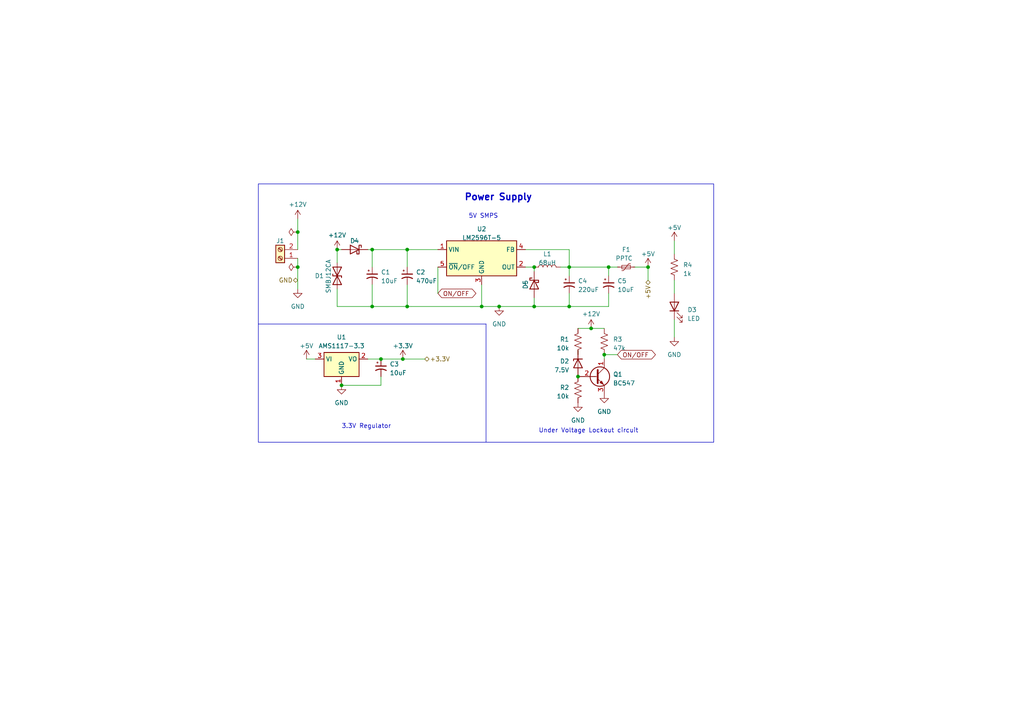
<source format=kicad_sch>
(kicad_sch (version 20230121) (generator eeschema)

  (uuid 9962467c-5981-4f6d-a8e0-b5534b13e1af)

  (paper "A4")

  (lib_symbols
    (symbol "Connector:Screw_Terminal_01x02" (pin_names (offset 1.016) hide) (in_bom yes) (on_board yes)
      (property "Reference" "J" (at 0 2.54 0)
        (effects (font (size 1.27 1.27)))
      )
      (property "Value" "Screw_Terminal_01x02" (at 0 -5.08 0)
        (effects (font (size 1.27 1.27)))
      )
      (property "Footprint" "" (at 0 0 0)
        (effects (font (size 1.27 1.27)) hide)
      )
      (property "Datasheet" "~" (at 0 0 0)
        (effects (font (size 1.27 1.27)) hide)
      )
      (property "ki_keywords" "screw terminal" (at 0 0 0)
        (effects (font (size 1.27 1.27)) hide)
      )
      (property "ki_description" "Generic screw terminal, single row, 01x02, script generated (kicad-library-utils/schlib/autogen/connector/)" (at 0 0 0)
        (effects (font (size 1.27 1.27)) hide)
      )
      (property "ki_fp_filters" "TerminalBlock*:*" (at 0 0 0)
        (effects (font (size 1.27 1.27)) hide)
      )
      (symbol "Screw_Terminal_01x02_1_1"
        (rectangle (start -1.27 1.27) (end 1.27 -3.81)
          (stroke (width 0.254) (type default))
          (fill (type background))
        )
        (circle (center 0 -2.54) (radius 0.635)
          (stroke (width 0.1524) (type default))
          (fill (type none))
        )
        (polyline
          (pts
            (xy -0.5334 -2.2098)
            (xy 0.3302 -3.048)
          )
          (stroke (width 0.1524) (type default))
          (fill (type none))
        )
        (polyline
          (pts
            (xy -0.5334 0.3302)
            (xy 0.3302 -0.508)
          )
          (stroke (width 0.1524) (type default))
          (fill (type none))
        )
        (polyline
          (pts
            (xy -0.3556 -2.032)
            (xy 0.508 -2.8702)
          )
          (stroke (width 0.1524) (type default))
          (fill (type none))
        )
        (polyline
          (pts
            (xy -0.3556 0.508)
            (xy 0.508 -0.3302)
          )
          (stroke (width 0.1524) (type default))
          (fill (type none))
        )
        (circle (center 0 0) (radius 0.635)
          (stroke (width 0.1524) (type default))
          (fill (type none))
        )
        (pin passive line (at -5.08 0 0) (length 3.81)
          (name "Pin_1" (effects (font (size 1.27 1.27))))
          (number "1" (effects (font (size 1.27 1.27))))
        )
        (pin passive line (at -5.08 -2.54 0) (length 3.81)
          (name "Pin_2" (effects (font (size 1.27 1.27))))
          (number "2" (effects (font (size 1.27 1.27))))
        )
      )
    )
    (symbol "Device:C_Polarized_Small_US" (pin_numbers hide) (pin_names (offset 0.254) hide) (in_bom yes) (on_board yes)
      (property "Reference" "C" (at 0.254 1.778 0)
        (effects (font (size 1.27 1.27)) (justify left))
      )
      (property "Value" "C_Polarized_Small_US" (at 0.254 -2.032 0)
        (effects (font (size 1.27 1.27)) (justify left))
      )
      (property "Footprint" "" (at 0 0 0)
        (effects (font (size 1.27 1.27)) hide)
      )
      (property "Datasheet" "~" (at 0 0 0)
        (effects (font (size 1.27 1.27)) hide)
      )
      (property "ki_keywords" "cap capacitor" (at 0 0 0)
        (effects (font (size 1.27 1.27)) hide)
      )
      (property "ki_description" "Polarized capacitor, small US symbol" (at 0 0 0)
        (effects (font (size 1.27 1.27)) hide)
      )
      (property "ki_fp_filters" "CP_*" (at 0 0 0)
        (effects (font (size 1.27 1.27)) hide)
      )
      (symbol "C_Polarized_Small_US_0_1"
        (polyline
          (pts
            (xy -1.524 0.508)
            (xy 1.524 0.508)
          )
          (stroke (width 0.3048) (type default))
          (fill (type none))
        )
        (polyline
          (pts
            (xy -1.27 1.524)
            (xy -0.762 1.524)
          )
          (stroke (width 0) (type default))
          (fill (type none))
        )
        (polyline
          (pts
            (xy -1.016 1.27)
            (xy -1.016 1.778)
          )
          (stroke (width 0) (type default))
          (fill (type none))
        )
        (arc (start 1.524 -0.762) (mid 0 -0.3734) (end -1.524 -0.762)
          (stroke (width 0.3048) (type default))
          (fill (type none))
        )
      )
      (symbol "C_Polarized_Small_US_1_1"
        (pin passive line (at 0 2.54 270) (length 2.032)
          (name "~" (effects (font (size 1.27 1.27))))
          (number "1" (effects (font (size 1.27 1.27))))
        )
        (pin passive line (at 0 -2.54 90) (length 2.032)
          (name "~" (effects (font (size 1.27 1.27))))
          (number "2" (effects (font (size 1.27 1.27))))
        )
      )
    )
    (symbol "Device:D_Schottky" (pin_numbers hide) (pin_names (offset 1.016) hide) (in_bom yes) (on_board yes)
      (property "Reference" "D" (at 0 2.54 0)
        (effects (font (size 1.27 1.27)))
      )
      (property "Value" "D_Schottky" (at 0 -2.54 0)
        (effects (font (size 1.27 1.27)))
      )
      (property "Footprint" "" (at 0 0 0)
        (effects (font (size 1.27 1.27)) hide)
      )
      (property "Datasheet" "~" (at 0 0 0)
        (effects (font (size 1.27 1.27)) hide)
      )
      (property "ki_keywords" "diode Schottky" (at 0 0 0)
        (effects (font (size 1.27 1.27)) hide)
      )
      (property "ki_description" "Schottky diode" (at 0 0 0)
        (effects (font (size 1.27 1.27)) hide)
      )
      (property "ki_fp_filters" "TO-???* *_Diode_* *SingleDiode* D_*" (at 0 0 0)
        (effects (font (size 1.27 1.27)) hide)
      )
      (symbol "D_Schottky_0_1"
        (polyline
          (pts
            (xy 1.27 0)
            (xy -1.27 0)
          )
          (stroke (width 0) (type default))
          (fill (type none))
        )
        (polyline
          (pts
            (xy 1.27 1.27)
            (xy 1.27 -1.27)
            (xy -1.27 0)
            (xy 1.27 1.27)
          )
          (stroke (width 0.254) (type default))
          (fill (type none))
        )
        (polyline
          (pts
            (xy -1.905 0.635)
            (xy -1.905 1.27)
            (xy -1.27 1.27)
            (xy -1.27 -1.27)
            (xy -0.635 -1.27)
            (xy -0.635 -0.635)
          )
          (stroke (width 0.254) (type default))
          (fill (type none))
        )
      )
      (symbol "D_Schottky_1_1"
        (pin passive line (at -3.81 0 0) (length 2.54)
          (name "K" (effects (font (size 1.27 1.27))))
          (number "1" (effects (font (size 1.27 1.27))))
        )
        (pin passive line (at 3.81 0 180) (length 2.54)
          (name "A" (effects (font (size 1.27 1.27))))
          (number "2" (effects (font (size 1.27 1.27))))
        )
      )
    )
    (symbol "Device:D_TVS" (pin_numbers hide) (pin_names (offset 1.016) hide) (in_bom yes) (on_board yes)
      (property "Reference" "D" (at 0 2.54 0)
        (effects (font (size 1.27 1.27)))
      )
      (property "Value" "D_TVS" (at 0 -2.54 0)
        (effects (font (size 1.27 1.27)))
      )
      (property "Footprint" "" (at 0 0 0)
        (effects (font (size 1.27 1.27)) hide)
      )
      (property "Datasheet" "~" (at 0 0 0)
        (effects (font (size 1.27 1.27)) hide)
      )
      (property "ki_keywords" "diode TVS thyrector" (at 0 0 0)
        (effects (font (size 1.27 1.27)) hide)
      )
      (property "ki_description" "Bidirectional transient-voltage-suppression diode" (at 0 0 0)
        (effects (font (size 1.27 1.27)) hide)
      )
      (property "ki_fp_filters" "TO-???* *_Diode_* *SingleDiode* D_*" (at 0 0 0)
        (effects (font (size 1.27 1.27)) hide)
      )
      (symbol "D_TVS_0_1"
        (polyline
          (pts
            (xy 1.27 0)
            (xy -1.27 0)
          )
          (stroke (width 0) (type default))
          (fill (type none))
        )
        (polyline
          (pts
            (xy 0.508 1.27)
            (xy 0 1.27)
            (xy 0 -1.27)
            (xy -0.508 -1.27)
          )
          (stroke (width 0.254) (type default))
          (fill (type none))
        )
        (polyline
          (pts
            (xy -2.54 1.27)
            (xy -2.54 -1.27)
            (xy 2.54 1.27)
            (xy 2.54 -1.27)
            (xy -2.54 1.27)
          )
          (stroke (width 0.254) (type default))
          (fill (type none))
        )
      )
      (symbol "D_TVS_1_1"
        (pin passive line (at -3.81 0 0) (length 2.54)
          (name "A1" (effects (font (size 1.27 1.27))))
          (number "1" (effects (font (size 1.27 1.27))))
        )
        (pin passive line (at 3.81 0 180) (length 2.54)
          (name "A2" (effects (font (size 1.27 1.27))))
          (number "2" (effects (font (size 1.27 1.27))))
        )
      )
    )
    (symbol "Device:D_Zener" (pin_numbers hide) (pin_names (offset 1.016) hide) (in_bom yes) (on_board yes)
      (property "Reference" "D" (at 0 2.54 0)
        (effects (font (size 1.27 1.27)))
      )
      (property "Value" "D_Zener" (at 0 -2.54 0)
        (effects (font (size 1.27 1.27)))
      )
      (property "Footprint" "" (at 0 0 0)
        (effects (font (size 1.27 1.27)) hide)
      )
      (property "Datasheet" "~" (at 0 0 0)
        (effects (font (size 1.27 1.27)) hide)
      )
      (property "ki_keywords" "diode" (at 0 0 0)
        (effects (font (size 1.27 1.27)) hide)
      )
      (property "ki_description" "Zener diode" (at 0 0 0)
        (effects (font (size 1.27 1.27)) hide)
      )
      (property "ki_fp_filters" "TO-???* *_Diode_* *SingleDiode* D_*" (at 0 0 0)
        (effects (font (size 1.27 1.27)) hide)
      )
      (symbol "D_Zener_0_1"
        (polyline
          (pts
            (xy 1.27 0)
            (xy -1.27 0)
          )
          (stroke (width 0) (type default))
          (fill (type none))
        )
        (polyline
          (pts
            (xy -1.27 -1.27)
            (xy -1.27 1.27)
            (xy -0.762 1.27)
          )
          (stroke (width 0.254) (type default))
          (fill (type none))
        )
        (polyline
          (pts
            (xy 1.27 -1.27)
            (xy 1.27 1.27)
            (xy -1.27 0)
            (xy 1.27 -1.27)
          )
          (stroke (width 0.254) (type default))
          (fill (type none))
        )
      )
      (symbol "D_Zener_1_1"
        (pin passive line (at -3.81 0 0) (length 2.54)
          (name "K" (effects (font (size 1.27 1.27))))
          (number "1" (effects (font (size 1.27 1.27))))
        )
        (pin passive line (at 3.81 0 180) (length 2.54)
          (name "A" (effects (font (size 1.27 1.27))))
          (number "2" (effects (font (size 1.27 1.27))))
        )
      )
    )
    (symbol "Device:L" (pin_numbers hide) (pin_names (offset 1.016) hide) (in_bom yes) (on_board yes)
      (property "Reference" "L" (at -1.27 0 90)
        (effects (font (size 1.27 1.27)))
      )
      (property "Value" "L" (at 1.905 0 90)
        (effects (font (size 1.27 1.27)))
      )
      (property "Footprint" "" (at 0 0 0)
        (effects (font (size 1.27 1.27)) hide)
      )
      (property "Datasheet" "~" (at 0 0 0)
        (effects (font (size 1.27 1.27)) hide)
      )
      (property "ki_keywords" "inductor choke coil reactor magnetic" (at 0 0 0)
        (effects (font (size 1.27 1.27)) hide)
      )
      (property "ki_description" "Inductor" (at 0 0 0)
        (effects (font (size 1.27 1.27)) hide)
      )
      (property "ki_fp_filters" "Choke_* *Coil* Inductor_* L_*" (at 0 0 0)
        (effects (font (size 1.27 1.27)) hide)
      )
      (symbol "L_0_1"
        (arc (start 0 -2.54) (mid 0.6323 -1.905) (end 0 -1.27)
          (stroke (width 0) (type default))
          (fill (type none))
        )
        (arc (start 0 -1.27) (mid 0.6323 -0.635) (end 0 0)
          (stroke (width 0) (type default))
          (fill (type none))
        )
        (arc (start 0 0) (mid 0.6323 0.635) (end 0 1.27)
          (stroke (width 0) (type default))
          (fill (type none))
        )
        (arc (start 0 1.27) (mid 0.6323 1.905) (end 0 2.54)
          (stroke (width 0) (type default))
          (fill (type none))
        )
      )
      (symbol "L_1_1"
        (pin passive line (at 0 3.81 270) (length 1.27)
          (name "1" (effects (font (size 1.27 1.27))))
          (number "1" (effects (font (size 1.27 1.27))))
        )
        (pin passive line (at 0 -3.81 90) (length 1.27)
          (name "2" (effects (font (size 1.27 1.27))))
          (number "2" (effects (font (size 1.27 1.27))))
        )
      )
    )
    (symbol "Device:LED" (pin_numbers hide) (pin_names (offset 1.016) hide) (in_bom yes) (on_board yes)
      (property "Reference" "D" (at 0 2.54 0)
        (effects (font (size 1.27 1.27)))
      )
      (property "Value" "LED" (at 0 -2.54 0)
        (effects (font (size 1.27 1.27)))
      )
      (property "Footprint" "" (at 0 0 0)
        (effects (font (size 1.27 1.27)) hide)
      )
      (property "Datasheet" "~" (at 0 0 0)
        (effects (font (size 1.27 1.27)) hide)
      )
      (property "ki_keywords" "LED diode" (at 0 0 0)
        (effects (font (size 1.27 1.27)) hide)
      )
      (property "ki_description" "Light emitting diode" (at 0 0 0)
        (effects (font (size 1.27 1.27)) hide)
      )
      (property "ki_fp_filters" "LED* LED_SMD:* LED_THT:*" (at 0 0 0)
        (effects (font (size 1.27 1.27)) hide)
      )
      (symbol "LED_0_1"
        (polyline
          (pts
            (xy -1.27 -1.27)
            (xy -1.27 1.27)
          )
          (stroke (width 0.254) (type default))
          (fill (type none))
        )
        (polyline
          (pts
            (xy -1.27 0)
            (xy 1.27 0)
          )
          (stroke (width 0) (type default))
          (fill (type none))
        )
        (polyline
          (pts
            (xy 1.27 -1.27)
            (xy 1.27 1.27)
            (xy -1.27 0)
            (xy 1.27 -1.27)
          )
          (stroke (width 0.254) (type default))
          (fill (type none))
        )
        (polyline
          (pts
            (xy -3.048 -0.762)
            (xy -4.572 -2.286)
            (xy -3.81 -2.286)
            (xy -4.572 -2.286)
            (xy -4.572 -1.524)
          )
          (stroke (width 0) (type default))
          (fill (type none))
        )
        (polyline
          (pts
            (xy -1.778 -0.762)
            (xy -3.302 -2.286)
            (xy -2.54 -2.286)
            (xy -3.302 -2.286)
            (xy -3.302 -1.524)
          )
          (stroke (width 0) (type default))
          (fill (type none))
        )
      )
      (symbol "LED_1_1"
        (pin passive line (at -3.81 0 0) (length 2.54)
          (name "K" (effects (font (size 1.27 1.27))))
          (number "1" (effects (font (size 1.27 1.27))))
        )
        (pin passive line (at 3.81 0 180) (length 2.54)
          (name "A" (effects (font (size 1.27 1.27))))
          (number "2" (effects (font (size 1.27 1.27))))
        )
      )
    )
    (symbol "Device:Polyfuse_Small" (pin_numbers hide) (pin_names (offset 0)) (in_bom yes) (on_board yes)
      (property "Reference" "F" (at -1.905 0 90)
        (effects (font (size 1.27 1.27)))
      )
      (property "Value" "Polyfuse_Small" (at 1.905 0 90)
        (effects (font (size 1.27 1.27)))
      )
      (property "Footprint" "" (at 1.27 -5.08 0)
        (effects (font (size 1.27 1.27)) (justify left) hide)
      )
      (property "Datasheet" "~" (at 0 0 0)
        (effects (font (size 1.27 1.27)) hide)
      )
      (property "ki_keywords" "resettable fuse PTC PPTC polyfuse polyswitch" (at 0 0 0)
        (effects (font (size 1.27 1.27)) hide)
      )
      (property "ki_description" "Resettable fuse, polymeric positive temperature coefficient, small symbol" (at 0 0 0)
        (effects (font (size 1.27 1.27)) hide)
      )
      (property "ki_fp_filters" "*polyfuse* *PTC*" (at 0 0 0)
        (effects (font (size 1.27 1.27)) hide)
      )
      (symbol "Polyfuse_Small_0_1"
        (rectangle (start -0.508 1.27) (end 0.508 -1.27)
          (stroke (width 0) (type default))
          (fill (type none))
        )
        (polyline
          (pts
            (xy 0 2.54)
            (xy 0 -2.54)
          )
          (stroke (width 0) (type default))
          (fill (type none))
        )
        (polyline
          (pts
            (xy -1.016 1.27)
            (xy -1.016 0.762)
            (xy 1.016 -0.762)
            (xy 1.016 -1.27)
          )
          (stroke (width 0) (type default))
          (fill (type none))
        )
      )
      (symbol "Polyfuse_Small_1_1"
        (pin passive line (at 0 2.54 270) (length 0.635)
          (name "~" (effects (font (size 1.27 1.27))))
          (number "1" (effects (font (size 1.27 1.27))))
        )
        (pin passive line (at 0 -2.54 90) (length 0.635)
          (name "~" (effects (font (size 1.27 1.27))))
          (number "2" (effects (font (size 1.27 1.27))))
        )
      )
    )
    (symbol "Device:R_US" (pin_numbers hide) (pin_names (offset 0)) (in_bom yes) (on_board yes)
      (property "Reference" "R" (at 2.54 0 90)
        (effects (font (size 1.27 1.27)))
      )
      (property "Value" "R_US" (at -2.54 0 90)
        (effects (font (size 1.27 1.27)))
      )
      (property "Footprint" "" (at 1.016 -0.254 90)
        (effects (font (size 1.27 1.27)) hide)
      )
      (property "Datasheet" "~" (at 0 0 0)
        (effects (font (size 1.27 1.27)) hide)
      )
      (property "ki_keywords" "R res resistor" (at 0 0 0)
        (effects (font (size 1.27 1.27)) hide)
      )
      (property "ki_description" "Resistor, US symbol" (at 0 0 0)
        (effects (font (size 1.27 1.27)) hide)
      )
      (property "ki_fp_filters" "R_*" (at 0 0 0)
        (effects (font (size 1.27 1.27)) hide)
      )
      (symbol "R_US_0_1"
        (polyline
          (pts
            (xy 0 -2.286)
            (xy 0 -2.54)
          )
          (stroke (width 0) (type default))
          (fill (type none))
        )
        (polyline
          (pts
            (xy 0 2.286)
            (xy 0 2.54)
          )
          (stroke (width 0) (type default))
          (fill (type none))
        )
        (polyline
          (pts
            (xy 0 -0.762)
            (xy 1.016 -1.143)
            (xy 0 -1.524)
            (xy -1.016 -1.905)
            (xy 0 -2.286)
          )
          (stroke (width 0) (type default))
          (fill (type none))
        )
        (polyline
          (pts
            (xy 0 0.762)
            (xy 1.016 0.381)
            (xy 0 0)
            (xy -1.016 -0.381)
            (xy 0 -0.762)
          )
          (stroke (width 0) (type default))
          (fill (type none))
        )
        (polyline
          (pts
            (xy 0 2.286)
            (xy 1.016 1.905)
            (xy 0 1.524)
            (xy -1.016 1.143)
            (xy 0 0.762)
          )
          (stroke (width 0) (type default))
          (fill (type none))
        )
      )
      (symbol "R_US_1_1"
        (pin passive line (at 0 3.81 270) (length 1.27)
          (name "~" (effects (font (size 1.27 1.27))))
          (number "1" (effects (font (size 1.27 1.27))))
        )
        (pin passive line (at 0 -3.81 90) (length 1.27)
          (name "~" (effects (font (size 1.27 1.27))))
          (number "2" (effects (font (size 1.27 1.27))))
        )
      )
    )
    (symbol "Regulator_Linear:AMS1117-3.3" (in_bom yes) (on_board yes)
      (property "Reference" "U" (at -3.81 3.175 0)
        (effects (font (size 1.27 1.27)))
      )
      (property "Value" "AMS1117-3.3" (at 0 3.175 0)
        (effects (font (size 1.27 1.27)) (justify left))
      )
      (property "Footprint" "Package_TO_SOT_SMD:SOT-223-3_TabPin2" (at 0 5.08 0)
        (effects (font (size 1.27 1.27)) hide)
      )
      (property "Datasheet" "http://www.advanced-monolithic.com/pdf/ds1117.pdf" (at 2.54 -6.35 0)
        (effects (font (size 1.27 1.27)) hide)
      )
      (property "ki_keywords" "linear regulator ldo fixed positive" (at 0 0 0)
        (effects (font (size 1.27 1.27)) hide)
      )
      (property "ki_description" "1A Low Dropout regulator, positive, 3.3V fixed output, SOT-223" (at 0 0 0)
        (effects (font (size 1.27 1.27)) hide)
      )
      (property "ki_fp_filters" "SOT?223*TabPin2*" (at 0 0 0)
        (effects (font (size 1.27 1.27)) hide)
      )
      (symbol "AMS1117-3.3_0_1"
        (rectangle (start -5.08 -5.08) (end 5.08 1.905)
          (stroke (width 0.254) (type default))
          (fill (type background))
        )
      )
      (symbol "AMS1117-3.3_1_1"
        (pin power_in line (at 0 -7.62 90) (length 2.54)
          (name "GND" (effects (font (size 1.27 1.27))))
          (number "1" (effects (font (size 1.27 1.27))))
        )
        (pin power_out line (at 7.62 0 180) (length 2.54)
          (name "VO" (effects (font (size 1.27 1.27))))
          (number "2" (effects (font (size 1.27 1.27))))
        )
        (pin power_in line (at -7.62 0 0) (length 2.54)
          (name "VI" (effects (font (size 1.27 1.27))))
          (number "3" (effects (font (size 1.27 1.27))))
        )
      )
    )
    (symbol "Regulator_Switching:LM2596T-5" (in_bom yes) (on_board yes)
      (property "Reference" "U" (at -10.16 6.35 0)
        (effects (font (size 1.27 1.27)) (justify left))
      )
      (property "Value" "LM2596T-5" (at 0 6.35 0)
        (effects (font (size 1.27 1.27)) (justify left))
      )
      (property "Footprint" "Package_TO_SOT_THT:TO-220-5_P3.4x3.7mm_StaggerOdd_Lead3.8mm_Vertical" (at 1.27 -6.35 0)
        (effects (font (size 1.27 1.27) italic) (justify left) hide)
      )
      (property "Datasheet" "http://www.ti.com/lit/ds/symlink/lm2596.pdf" (at 0 0 0)
        (effects (font (size 1.27 1.27)) hide)
      )
      (property "ki_keywords" "Step-Down Voltage Regulator 5V 3A" (at 0 0 0)
        (effects (font (size 1.27 1.27)) hide)
      )
      (property "ki_description" "5V 3A 150kHz Step-Down Voltage Regulator, TO-220" (at 0 0 0)
        (effects (font (size 1.27 1.27)) hide)
      )
      (property "ki_fp_filters" "TO?220*" (at 0 0 0)
        (effects (font (size 1.27 1.27)) hide)
      )
      (symbol "LM2596T-5_0_1"
        (rectangle (start -10.16 5.08) (end 10.16 -5.08)
          (stroke (width 0.254) (type default))
          (fill (type background))
        )
      )
      (symbol "LM2596T-5_1_1"
        (pin power_in line (at -12.7 2.54 0) (length 2.54)
          (name "VIN" (effects (font (size 1.27 1.27))))
          (number "1" (effects (font (size 1.27 1.27))))
        )
        (pin output line (at 12.7 -2.54 180) (length 2.54)
          (name "OUT" (effects (font (size 1.27 1.27))))
          (number "2" (effects (font (size 1.27 1.27))))
        )
        (pin power_in line (at 0 -7.62 90) (length 2.54)
          (name "GND" (effects (font (size 1.27 1.27))))
          (number "3" (effects (font (size 1.27 1.27))))
        )
        (pin input line (at 12.7 2.54 180) (length 2.54)
          (name "FB" (effects (font (size 1.27 1.27))))
          (number "4" (effects (font (size 1.27 1.27))))
        )
        (pin input line (at -12.7 -2.54 0) (length 2.54)
          (name "~{ON}/OFF" (effects (font (size 1.27 1.27))))
          (number "5" (effects (font (size 1.27 1.27))))
        )
      )
    )
    (symbol "Transistor_BJT:BC547" (pin_names (offset 0) hide) (in_bom yes) (on_board yes)
      (property "Reference" "Q" (at 5.08 1.905 0)
        (effects (font (size 1.27 1.27)) (justify left))
      )
      (property "Value" "BC547" (at 5.08 0 0)
        (effects (font (size 1.27 1.27)) (justify left))
      )
      (property "Footprint" "Package_TO_SOT_THT:TO-92_Inline" (at 5.08 -1.905 0)
        (effects (font (size 1.27 1.27) italic) (justify left) hide)
      )
      (property "Datasheet" "https://www.onsemi.com/pub/Collateral/BC550-D.pdf" (at 0 0 0)
        (effects (font (size 1.27 1.27)) (justify left) hide)
      )
      (property "ki_keywords" "NPN Transistor" (at 0 0 0)
        (effects (font (size 1.27 1.27)) hide)
      )
      (property "ki_description" "0.1A Ic, 45V Vce, Small Signal NPN Transistor, TO-92" (at 0 0 0)
        (effects (font (size 1.27 1.27)) hide)
      )
      (property "ki_fp_filters" "TO?92*" (at 0 0 0)
        (effects (font (size 1.27 1.27)) hide)
      )
      (symbol "BC547_0_1"
        (polyline
          (pts
            (xy 0 0)
            (xy 0.635 0)
          )
          (stroke (width 0) (type default))
          (fill (type none))
        )
        (polyline
          (pts
            (xy 0.635 0.635)
            (xy 2.54 2.54)
          )
          (stroke (width 0) (type default))
          (fill (type none))
        )
        (polyline
          (pts
            (xy 0.635 -0.635)
            (xy 2.54 -2.54)
            (xy 2.54 -2.54)
          )
          (stroke (width 0) (type default))
          (fill (type none))
        )
        (polyline
          (pts
            (xy 0.635 1.905)
            (xy 0.635 -1.905)
            (xy 0.635 -1.905)
          )
          (stroke (width 0.508) (type default))
          (fill (type none))
        )
        (polyline
          (pts
            (xy 1.27 -1.778)
            (xy 1.778 -1.27)
            (xy 2.286 -2.286)
            (xy 1.27 -1.778)
            (xy 1.27 -1.778)
          )
          (stroke (width 0) (type default))
          (fill (type outline))
        )
        (circle (center 1.27 0) (radius 2.8194)
          (stroke (width 0.254) (type default))
          (fill (type none))
        )
      )
      (symbol "BC547_1_1"
        (pin passive line (at 2.54 5.08 270) (length 2.54)
          (name "C" (effects (font (size 1.27 1.27))))
          (number "1" (effects (font (size 1.27 1.27))))
        )
        (pin input line (at -5.08 0 0) (length 5.08)
          (name "B" (effects (font (size 1.27 1.27))))
          (number "2" (effects (font (size 1.27 1.27))))
        )
        (pin passive line (at 2.54 -5.08 90) (length 2.54)
          (name "E" (effects (font (size 1.27 1.27))))
          (number "3" (effects (font (size 1.27 1.27))))
        )
      )
    )
    (symbol "power:+12V" (power) (pin_names (offset 0)) (in_bom yes) (on_board yes)
      (property "Reference" "#PWR" (at 0 -3.81 0)
        (effects (font (size 1.27 1.27)) hide)
      )
      (property "Value" "+12V" (at 0 3.556 0)
        (effects (font (size 1.27 1.27)))
      )
      (property "Footprint" "" (at 0 0 0)
        (effects (font (size 1.27 1.27)) hide)
      )
      (property "Datasheet" "" (at 0 0 0)
        (effects (font (size 1.27 1.27)) hide)
      )
      (property "ki_keywords" "global power" (at 0 0 0)
        (effects (font (size 1.27 1.27)) hide)
      )
      (property "ki_description" "Power symbol creates a global label with name \"+12V\"" (at 0 0 0)
        (effects (font (size 1.27 1.27)) hide)
      )
      (symbol "+12V_0_1"
        (polyline
          (pts
            (xy -0.762 1.27)
            (xy 0 2.54)
          )
          (stroke (width 0) (type default))
          (fill (type none))
        )
        (polyline
          (pts
            (xy 0 0)
            (xy 0 2.54)
          )
          (stroke (width 0) (type default))
          (fill (type none))
        )
        (polyline
          (pts
            (xy 0 2.54)
            (xy 0.762 1.27)
          )
          (stroke (width 0) (type default))
          (fill (type none))
        )
      )
      (symbol "+12V_1_1"
        (pin power_in line (at 0 0 90) (length 0) hide
          (name "+12V" (effects (font (size 1.27 1.27))))
          (number "1" (effects (font (size 1.27 1.27))))
        )
      )
    )
    (symbol "power:+3.3V" (power) (pin_names (offset 0)) (in_bom yes) (on_board yes)
      (property "Reference" "#PWR" (at 0 -3.81 0)
        (effects (font (size 1.27 1.27)) hide)
      )
      (property "Value" "+3.3V" (at 0 3.556 0)
        (effects (font (size 1.27 1.27)))
      )
      (property "Footprint" "" (at 0 0 0)
        (effects (font (size 1.27 1.27)) hide)
      )
      (property "Datasheet" "" (at 0 0 0)
        (effects (font (size 1.27 1.27)) hide)
      )
      (property "ki_keywords" "global power" (at 0 0 0)
        (effects (font (size 1.27 1.27)) hide)
      )
      (property "ki_description" "Power symbol creates a global label with name \"+3.3V\"" (at 0 0 0)
        (effects (font (size 1.27 1.27)) hide)
      )
      (symbol "+3.3V_0_1"
        (polyline
          (pts
            (xy -0.762 1.27)
            (xy 0 2.54)
          )
          (stroke (width 0) (type default))
          (fill (type none))
        )
        (polyline
          (pts
            (xy 0 0)
            (xy 0 2.54)
          )
          (stroke (width 0) (type default))
          (fill (type none))
        )
        (polyline
          (pts
            (xy 0 2.54)
            (xy 0.762 1.27)
          )
          (stroke (width 0) (type default))
          (fill (type none))
        )
      )
      (symbol "+3.3V_1_1"
        (pin power_in line (at 0 0 90) (length 0) hide
          (name "+3.3V" (effects (font (size 1.27 1.27))))
          (number "1" (effects (font (size 1.27 1.27))))
        )
      )
    )
    (symbol "power:+5V" (power) (pin_names (offset 0)) (in_bom yes) (on_board yes)
      (property "Reference" "#PWR" (at 0 -3.81 0)
        (effects (font (size 1.27 1.27)) hide)
      )
      (property "Value" "+5V" (at 0 3.556 0)
        (effects (font (size 1.27 1.27)))
      )
      (property "Footprint" "" (at 0 0 0)
        (effects (font (size 1.27 1.27)) hide)
      )
      (property "Datasheet" "" (at 0 0 0)
        (effects (font (size 1.27 1.27)) hide)
      )
      (property "ki_keywords" "global power" (at 0 0 0)
        (effects (font (size 1.27 1.27)) hide)
      )
      (property "ki_description" "Power symbol creates a global label with name \"+5V\"" (at 0 0 0)
        (effects (font (size 1.27 1.27)) hide)
      )
      (symbol "+5V_0_1"
        (polyline
          (pts
            (xy -0.762 1.27)
            (xy 0 2.54)
          )
          (stroke (width 0) (type default))
          (fill (type none))
        )
        (polyline
          (pts
            (xy 0 0)
            (xy 0 2.54)
          )
          (stroke (width 0) (type default))
          (fill (type none))
        )
        (polyline
          (pts
            (xy 0 2.54)
            (xy 0.762 1.27)
          )
          (stroke (width 0) (type default))
          (fill (type none))
        )
      )
      (symbol "+5V_1_1"
        (pin power_in line (at 0 0 90) (length 0) hide
          (name "+5V" (effects (font (size 1.27 1.27))))
          (number "1" (effects (font (size 1.27 1.27))))
        )
      )
    )
    (symbol "power:GND" (power) (pin_names (offset 0)) (in_bom yes) (on_board yes)
      (property "Reference" "#PWR" (at 0 -6.35 0)
        (effects (font (size 1.27 1.27)) hide)
      )
      (property "Value" "GND" (at 0 -3.81 0)
        (effects (font (size 1.27 1.27)))
      )
      (property "Footprint" "" (at 0 0 0)
        (effects (font (size 1.27 1.27)) hide)
      )
      (property "Datasheet" "" (at 0 0 0)
        (effects (font (size 1.27 1.27)) hide)
      )
      (property "ki_keywords" "global power" (at 0 0 0)
        (effects (font (size 1.27 1.27)) hide)
      )
      (property "ki_description" "Power symbol creates a global label with name \"GND\" , ground" (at 0 0 0)
        (effects (font (size 1.27 1.27)) hide)
      )
      (symbol "GND_0_1"
        (polyline
          (pts
            (xy 0 0)
            (xy 0 -1.27)
            (xy 1.27 -1.27)
            (xy 0 -2.54)
            (xy -1.27 -1.27)
            (xy 0 -1.27)
          )
          (stroke (width 0) (type default))
          (fill (type none))
        )
      )
      (symbol "GND_1_1"
        (pin power_in line (at 0 0 270) (length 0) hide
          (name "GND" (effects (font (size 1.27 1.27))))
          (number "1" (effects (font (size 1.27 1.27))))
        )
      )
    )
    (symbol "power:PWR_FLAG" (power) (pin_numbers hide) (pin_names (offset 0) hide) (in_bom yes) (on_board yes)
      (property "Reference" "#FLG" (at 0 1.905 0)
        (effects (font (size 1.27 1.27)) hide)
      )
      (property "Value" "PWR_FLAG" (at 0 3.81 0)
        (effects (font (size 1.27 1.27)))
      )
      (property "Footprint" "" (at 0 0 0)
        (effects (font (size 1.27 1.27)) hide)
      )
      (property "Datasheet" "~" (at 0 0 0)
        (effects (font (size 1.27 1.27)) hide)
      )
      (property "ki_keywords" "flag power" (at 0 0 0)
        (effects (font (size 1.27 1.27)) hide)
      )
      (property "ki_description" "Special symbol for telling ERC where power comes from" (at 0 0 0)
        (effects (font (size 1.27 1.27)) hide)
      )
      (symbol "PWR_FLAG_0_0"
        (pin power_out line (at 0 0 90) (length 0)
          (name "pwr" (effects (font (size 1.27 1.27))))
          (number "1" (effects (font (size 1.27 1.27))))
        )
      )
      (symbol "PWR_FLAG_0_1"
        (polyline
          (pts
            (xy 0 0)
            (xy 0 1.27)
            (xy -1.016 1.905)
            (xy 0 2.54)
            (xy 1.016 1.905)
            (xy 0 1.27)
          )
          (stroke (width 0) (type default))
          (fill (type none))
        )
      )
    )
  )

  (junction (at 154.94 88.9) (diameter 0) (color 0 0 0 0)
    (uuid 032fc9cc-f297-40b5-9794-1bece34d597d)
  )
  (junction (at 99.06 111.76) (diameter 0) (color 0 0 0 0)
    (uuid 18660f02-7be4-4700-b6c6-8ebe7faaf313)
  )
  (junction (at 107.95 88.9) (diameter 0) (color 0 0 0 0)
    (uuid 209fa485-6cca-4b41-a887-1b451985b452)
  )
  (junction (at 118.11 72.39) (diameter 0) (color 0 0 0 0)
    (uuid 24e32b2b-fc12-49f9-bebf-cf92d135a93a)
  )
  (junction (at 110.49 104.14) (diameter 0) (color 0 0 0 0)
    (uuid 2b46835f-69a8-4dd4-85ba-f30a7163b85e)
  )
  (junction (at 116.84 104.14) (diameter 0) (color 0 0 0 0)
    (uuid 38c80d9e-4520-4c21-aafd-33604ecf662e)
  )
  (junction (at 175.26 102.87) (diameter 0) (color 0 0 0 0)
    (uuid 450d8fed-3d48-4596-a813-365e9c419734)
  )
  (junction (at 139.7 88.9) (diameter 0) (color 0 0 0 0)
    (uuid 625db118-8cb4-4c51-a474-962c5b90a0c6)
  )
  (junction (at 118.11 88.9) (diameter 0) (color 0 0 0 0)
    (uuid 88d393ff-8434-46d3-bdbb-61a35ce5de98)
  )
  (junction (at 107.95 72.39) (diameter 0) (color 0 0 0 0)
    (uuid 8953935c-2515-4e11-9c78-243c208aea11)
  )
  (junction (at 154.94 77.47) (diameter 0) (color 0 0 0 0)
    (uuid 8db9907c-982d-4151-bbcf-baaddc2b2ac0)
  )
  (junction (at 171.45 95.25) (diameter 0) (color 0 0 0 0)
    (uuid 924b68b5-bd3d-4967-9aa5-947218795bc7)
  )
  (junction (at 86.36 77.47) (diameter 0) (color 0 0 0 0)
    (uuid 9523ff15-dfaf-413e-86cd-b2a3a3bde1b5)
  )
  (junction (at 187.96 77.47) (diameter 0) (color 0 0 0 0)
    (uuid 96772a2f-e889-4167-aca5-af59a5716b70)
  )
  (junction (at 165.1 77.47) (diameter 0) (color 0 0 0 0)
    (uuid a5b1aa33-5fca-4881-ab0b-969edb80182e)
  )
  (junction (at 167.64 109.22) (diameter 0) (color 0 0 0 0)
    (uuid b767a137-c5ea-43d9-8d8c-95f750bc5da7)
  )
  (junction (at 165.1 88.9) (diameter 0) (color 0 0 0 0)
    (uuid cfc00b1d-42d0-4819-997e-8e45bd4afa59)
  )
  (junction (at 144.78 88.9) (diameter 0) (color 0 0 0 0)
    (uuid d094def6-d188-4e87-84a7-d5582795a1b4)
  )
  (junction (at 86.36 67.31) (diameter 0) (color 0 0 0 0)
    (uuid ee654916-5607-4038-a7c1-00cc15edacf5)
  )
  (junction (at 176.53 77.47) (diameter 0) (color 0 0 0 0)
    (uuid f6d45b56-8fe3-4b22-b74c-fa19efc13c20)
  )
  (junction (at 97.79 72.39) (diameter 0) (color 0 0 0 0)
    (uuid fbfe6df0-9e0c-474c-8fc0-748c9d246134)
  )

  (wire (pts (xy 118.11 77.47) (xy 118.11 72.39))
    (stroke (width 0) (type default))
    (uuid 03df2790-42c9-47ea-8579-c28bf37bfcb3)
  )
  (wire (pts (xy 195.58 92.71) (xy 195.58 97.79))
    (stroke (width 0) (type default))
    (uuid 0c88bcae-cbce-43c5-8e33-00d1e02c9b68)
  )
  (wire (pts (xy 107.95 77.47) (xy 107.95 72.39))
    (stroke (width 0) (type default))
    (uuid 13bd6f22-c20d-42e7-a3ca-90f1249553bc)
  )
  (wire (pts (xy 165.1 85.09) (xy 165.1 88.9))
    (stroke (width 0) (type default))
    (uuid 1f2cfedd-7252-4991-abcc-7518949808c9)
  )
  (wire (pts (xy 97.79 72.39) (xy 97.79 76.2))
    (stroke (width 0) (type default))
    (uuid 1f5369aa-5f06-4316-b5c0-3ceb2b762faa)
  )
  (wire (pts (xy 106.68 104.14) (xy 110.49 104.14))
    (stroke (width 0) (type default))
    (uuid 23efe093-ddf1-4b18-8cb1-080668042137)
  )
  (wire (pts (xy 184.15 77.47) (xy 187.96 77.47))
    (stroke (width 0) (type default))
    (uuid 27d5e159-046c-4059-9527-15963a3ae98e)
  )
  (wire (pts (xy 154.94 88.9) (xy 165.1 88.9))
    (stroke (width 0) (type default))
    (uuid 2a1031ec-a847-496e-b729-6aa6b3132952)
  )
  (wire (pts (xy 175.26 102.87) (xy 175.26 104.14))
    (stroke (width 0) (type default))
    (uuid 2f187d5e-6525-4474-afa0-a657258d4fd0)
  )
  (wire (pts (xy 116.84 104.14) (xy 123.19 104.14))
    (stroke (width 0) (type default))
    (uuid 3e224824-6ad1-472e-8609-2c50ecaccc72)
  )
  (wire (pts (xy 167.64 102.87) (xy 167.64 101.6))
    (stroke (width 0) (type default))
    (uuid 4019de32-5c2c-41ee-8786-113868c4b7d5)
  )
  (wire (pts (xy 165.1 88.9) (xy 176.53 88.9))
    (stroke (width 0) (type default))
    (uuid 451f7e02-955f-42f9-acaa-92c31b139153)
  )
  (wire (pts (xy 139.7 88.9) (xy 144.78 88.9))
    (stroke (width 0) (type default))
    (uuid 4d531bff-d432-4dd1-91be-b8bf9a7e8b1b)
  )
  (wire (pts (xy 110.49 111.76) (xy 99.06 111.76))
    (stroke (width 0) (type default))
    (uuid 53c93177-427a-46b7-af1a-7f00d6016f1c)
  )
  (wire (pts (xy 195.58 81.28) (xy 195.58 85.09))
    (stroke (width 0) (type default))
    (uuid 564a0acd-82ed-4eec-a831-055b845e9de3)
  )
  (wire (pts (xy 97.79 83.82) (xy 97.79 88.9))
    (stroke (width 0) (type default))
    (uuid 5dddfde4-1dbc-4011-acde-c690916b858f)
  )
  (wire (pts (xy 187.96 77.47) (xy 187.96 81.28))
    (stroke (width 0) (type default))
    (uuid 64a5424b-2e11-434e-b6a8-dde746161a1f)
  )
  (wire (pts (xy 176.53 80.01) (xy 176.53 77.47))
    (stroke (width 0) (type default))
    (uuid 66dce6bd-d3a2-45f2-b6b1-34e3e606bca3)
  )
  (wire (pts (xy 86.36 77.47) (xy 86.36 83.82))
    (stroke (width 0) (type default))
    (uuid 6b5d892e-1387-4539-bee9-fdbe8b02b88f)
  )
  (wire (pts (xy 110.49 104.14) (xy 116.84 104.14))
    (stroke (width 0) (type default))
    (uuid 6d050a1e-dee3-4e67-a47e-d9ea11b92f26)
  )
  (wire (pts (xy 97.79 72.39) (xy 99.06 72.39))
    (stroke (width 0) (type default))
    (uuid 73a09ee1-5092-4b75-93ef-09e08957e715)
  )
  (wire (pts (xy 118.11 88.9) (xy 139.7 88.9))
    (stroke (width 0) (type default))
    (uuid 75cbb7e1-4ee5-4d64-8c27-30704682490f)
  )
  (wire (pts (xy 154.94 86.36) (xy 154.94 88.9))
    (stroke (width 0) (type default))
    (uuid 78c67035-f592-4baa-8e2f-6a078aea25d6)
  )
  (wire (pts (xy 162.56 77.47) (xy 165.1 77.47))
    (stroke (width 0) (type default))
    (uuid 84d583cb-4fd8-40f9-83f5-58e156154913)
  )
  (wire (pts (xy 139.7 82.55) (xy 139.7 88.9))
    (stroke (width 0) (type default))
    (uuid 87e4725c-b702-4302-92f3-d8c791125ca3)
  )
  (polyline (pts (xy 74.93 93.98) (xy 140.97 93.98))
    (stroke (width 0) (type default))
    (uuid 8f7378d1-3b27-4375-b99d-e0c0a7e0dc18)
  )

  (wire (pts (xy 175.26 102.87) (xy 179.07 102.87))
    (stroke (width 0) (type default))
    (uuid 942c69b1-df8d-44fd-9964-a4633542ea59)
  )
  (wire (pts (xy 118.11 72.39) (xy 127 72.39))
    (stroke (width 0) (type default))
    (uuid 94aefda5-d0f8-44d3-b8af-6e223f900e13)
  )
  (wire (pts (xy 165.1 72.39) (xy 165.1 77.47))
    (stroke (width 0) (type default))
    (uuid 9ccf97c2-3bf6-455f-9092-505028c0282b)
  )
  (wire (pts (xy 127 77.47) (xy 127 85.09))
    (stroke (width 0) (type default))
    (uuid 9e1bd4a2-6952-46de-99e9-f04481bc4649)
  )
  (wire (pts (xy 195.58 69.85) (xy 195.58 73.66))
    (stroke (width 0) (type default))
    (uuid 9e38dff7-b7a8-4195-985b-dbb4051883d3)
  )
  (wire (pts (xy 88.9 104.14) (xy 91.44 104.14))
    (stroke (width 0) (type default))
    (uuid 9f793a81-9fd4-4186-9693-888a56c845fc)
  )
  (wire (pts (xy 176.53 77.47) (xy 179.07 77.47))
    (stroke (width 0) (type default))
    (uuid a1d507a7-701a-4bc2-ae67-390e1d91d624)
  )
  (wire (pts (xy 165.1 77.47) (xy 176.53 77.47))
    (stroke (width 0) (type default))
    (uuid a3056932-cf21-439f-b079-545738111a37)
  )
  (wire (pts (xy 152.4 72.39) (xy 165.1 72.39))
    (stroke (width 0) (type default))
    (uuid a71fd5af-085d-4aef-a371-f4fbd17f8c21)
  )
  (wire (pts (xy 176.53 88.9) (xy 176.53 85.09))
    (stroke (width 0) (type default))
    (uuid ac7e083e-9121-48ea-9eef-71632226661c)
  )
  (wire (pts (xy 165.1 80.01) (xy 165.1 77.47))
    (stroke (width 0) (type default))
    (uuid b1556d3c-0483-44b1-965d-c5a82b8efb18)
  )
  (wire (pts (xy 118.11 82.55) (xy 118.11 88.9))
    (stroke (width 0) (type default))
    (uuid b72304f6-caa3-4464-9893-5f22aba215be)
  )
  (wire (pts (xy 86.36 67.31) (xy 86.36 72.39))
    (stroke (width 0) (type default))
    (uuid bb0e7fb9-7eae-4443-8a66-61637d9e82d8)
  )
  (wire (pts (xy 107.95 88.9) (xy 118.11 88.9))
    (stroke (width 0) (type default))
    (uuid c82c69ef-e6da-4b5e-8e42-9a9b584bab63)
  )
  (wire (pts (xy 106.68 72.39) (xy 107.95 72.39))
    (stroke (width 0) (type default))
    (uuid cde4273a-4c4b-4163-a312-3555535c4eb6)
  )
  (wire (pts (xy 154.94 78.74) (xy 154.94 77.47))
    (stroke (width 0) (type default))
    (uuid cfad4b5f-f57e-4bba-871f-a19f677d8529)
  )
  (wire (pts (xy 107.95 72.39) (xy 118.11 72.39))
    (stroke (width 0) (type default))
    (uuid d07e10a5-af15-4d01-b107-88a64933ec86)
  )
  (polyline (pts (xy 140.97 93.98) (xy 140.97 128.27))
    (stroke (width 0) (type default))
    (uuid d8e44c99-3a70-432e-86b1-ef688725c04f)
  )

  (wire (pts (xy 171.45 95.25) (xy 175.26 95.25))
    (stroke (width 0) (type default))
    (uuid daaedd93-e11f-4fd1-9447-f0d92e03e983)
  )
  (wire (pts (xy 86.36 63.5) (xy 86.36 67.31))
    (stroke (width 0) (type default))
    (uuid dd811f3b-1f8c-45e8-a5ed-59d200de9e18)
  )
  (wire (pts (xy 144.78 88.9) (xy 154.94 88.9))
    (stroke (width 0) (type default))
    (uuid dffae2ac-9658-4d1b-99b4-832c8b4e23cb)
  )
  (wire (pts (xy 86.36 74.93) (xy 86.36 77.47))
    (stroke (width 0) (type default))
    (uuid e2c86ca4-a641-4de0-820e-91a01eadf3f3)
  )
  (wire (pts (xy 97.79 88.9) (xy 107.95 88.9))
    (stroke (width 0) (type default))
    (uuid e7cba365-476d-413e-9e0f-a54cf116b006)
  )
  (wire (pts (xy 110.49 109.22) (xy 110.49 111.76))
    (stroke (width 0) (type default))
    (uuid ea49bd06-c951-4e65-989c-9c0393c6973a)
  )
  (wire (pts (xy 152.4 77.47) (xy 154.94 77.47))
    (stroke (width 0) (type default))
    (uuid edaa5a94-9cef-410c-836f-23b2420ece6d)
  )
  (wire (pts (xy 107.95 82.55) (xy 107.95 88.9))
    (stroke (width 0) (type default))
    (uuid f3157bcd-4e3d-4bc3-a328-0b88164b898a)
  )
  (wire (pts (xy 167.64 95.25) (xy 171.45 95.25))
    (stroke (width 0) (type default))
    (uuid f4540c00-eeee-464c-a9e7-24b7526900ff)
  )

  (rectangle (start 74.93 53.34) (end 207.01 128.27)
    (stroke (width 0) (type default))
    (fill (type none))
    (uuid e25301ad-c9f1-4085-886f-899373b598b7)
  )

  (text "Power Supply" (at 134.62 58.42 0)
    (effects (font (size 1.905 1.905) (thickness 0.381) bold) (justify left bottom))
    (uuid 3e47d4de-5e4d-4107-9f89-3b93bd704cca)
  )
  (text "3.3V Regulator" (at 99.06 124.46 0)
    (effects (font (size 1.27 1.27)) (justify left bottom))
    (uuid b839cc34-3271-4216-870f-aa80b5ad12a3)
  )
  (text "Under Voltage Lockout circuit" (at 156.21 125.73 0)
    (effects (font (size 1.27 1.27)) (justify left bottom))
    (uuid d0bec914-d0eb-4601-ae51-f573d18238a6)
  )
  (text "5V SMPS" (at 135.89 63.5 0)
    (effects (font (size 1.27 1.27)) (justify left bottom))
    (uuid eb3303f4-8d19-4eb1-8367-7481b55ea149)
  )

  (global_label "ON{slash}OFF" (shape bidirectional) (at 127 85.09 0) (fields_autoplaced)
    (effects (font (size 1.27 1.27)) (justify left))
    (uuid 4e6e5b3a-3efe-4a8e-92e2-43c567e26735)
    (property "Intersheetrefs" "${INTERSHEET_REFS}" (at 138.5163 85.09 0)
      (effects (font (size 1.27 1.27)) (justify left) hide)
    )
  )
  (global_label "ON{slash}OFF" (shape bidirectional) (at 179.07 102.87 0) (fields_autoplaced)
    (effects (font (size 1.27 1.27)) (justify left))
    (uuid 4e9ce734-6181-42f1-af66-7204ef735d54)
    (property "Intersheetrefs" "${INTERSHEET_REFS}" (at 190.5863 102.87 0)
      (effects (font (size 1.27 1.27)) (justify left) hide)
    )
  )

  (hierarchical_label "+3.3V" (shape bidirectional) (at 123.19 104.14 0) (fields_autoplaced)
    (effects (font (size 1.27 1.27)) (justify left))
    (uuid 2802065f-fede-4585-954b-43082356a7d3)
  )
  (hierarchical_label "GND" (shape bidirectional) (at 86.36 81.28 180) (fields_autoplaced)
    (effects (font (size 1.27 1.27)) (justify right))
    (uuid 59e38e4f-98fc-4c67-9918-e94cec4b1d7f)
  )
  (hierarchical_label "+5V" (shape bidirectional) (at 187.96 81.28 270) (fields_autoplaced)
    (effects (font (size 1.27 1.27)) (justify right))
    (uuid b53b131c-d1e0-48ca-9854-ea690d8e7dfc)
  )

  (symbol (lib_id "Device:C_Polarized_Small_US") (at 107.95 80.01 0) (unit 1)
    (in_bom yes) (on_board yes) (dnp no) (fields_autoplaced)
    (uuid 0142adf9-c8af-4faf-bcdb-dc343ed2a598)
    (property "Reference" "C1" (at 110.49 78.9432 0)
      (effects (font (size 1.27 1.27)) (justify left))
    )
    (property "Value" "10uF" (at 110.49 81.4832 0)
      (effects (font (size 1.27 1.27)) (justify left))
    )
    (property "Footprint" "Capacitor_SMD:C_1206_3216Metric_Pad1.33x1.80mm_HandSolder" (at 107.95 80.01 0)
      (effects (font (size 1.27 1.27)) hide)
    )
    (property "Datasheet" "~" (at 107.95 80.01 0)
      (effects (font (size 1.27 1.27)) hide)
    )
    (pin "1" (uuid ea842932-4b38-46ee-8d5f-0c40ce127941))
    (pin "2" (uuid c5a46846-b17f-4ca4-9f0b-2f7701d9defa))
    (instances
      (project "Datalogger"
        (path "/9962467c-5981-4f6d-a8e0-b5534b13e1af"
          (reference "C1") (unit 1)
        )
        (path "/9962467c-5981-4f6d-a8e0-b5534b13e1af/1c63b030-1338-4c8f-b90e-7cfa0706ad96"
          (reference "C1") (unit 1)
        )
      )
    )
  )

  (symbol (lib_id "Device:D_Schottky") (at 154.94 82.55 90) (mirror x) (unit 1)
    (in_bom yes) (on_board yes) (dnp no)
    (uuid 0ae793d0-381b-4874-9740-b2727f51fd8d)
    (property "Reference" "D5" (at 152.4 82.55 0)
      (effects (font (size 1.27 1.27)))
    )
    (property "Value" "~" (at 152.4 82.2325 0)
      (effects (font (size 1.27 1.27)))
    )
    (property "Footprint" "KiCad:DIOM8059X256N" (at 154.94 82.55 0)
      (effects (font (size 1.27 1.27)) hide)
    )
    (property "Datasheet" "~" (at 154.94 82.55 0)
      (effects (font (size 1.27 1.27)) hide)
    )
    (pin "1" (uuid 9c9c9f8b-ed56-4a2b-90cd-3e31df9b70b8))
    (pin "2" (uuid aee0b6bc-8f81-40fe-9deb-8ffb4aac71ca))
    (instances
      (project "Datalogger"
        (path "/9962467c-5981-4f6d-a8e0-b5534b13e1af"
          (reference "D5") (unit 1)
        )
        (path "/9962467c-5981-4f6d-a8e0-b5534b13e1af/1c63b030-1338-4c8f-b90e-7cfa0706ad96"
          (reference "D5") (unit 1)
        )
      )
    )
  )

  (symbol (lib_id "Connector:Screw_Terminal_01x02") (at 81.28 74.93 180) (unit 1)
    (in_bom yes) (on_board yes) (dnp no)
    (uuid 0dd41dcd-a161-499c-8eb4-055ca8507a69)
    (property "Reference" "J1" (at 81.28 69.85 0)
      (effects (font (size 1.27 1.27)))
    )
    (property "Value" "From Mains" (at 81.28 69.85 0)
      (effects (font (size 1.27 1.27)) hide)
    )
    (property "Footprint" "Connector_Phoenix_MSTB:PhoenixContact_MSTBVA_2,5_2-G-5,08_1x02_P5.08mm_Vertical" (at 81.28 74.93 0)
      (effects (font (size 1.27 1.27)) hide)
    )
    (property "Datasheet" "~" (at 81.28 74.93 0)
      (effects (font (size 1.27 1.27)) hide)
    )
    (pin "1" (uuid 4590c849-0bd9-4e06-9575-58352190c931))
    (pin "2" (uuid 99d4174e-debe-4ddf-b515-6b3a473e11d1))
    (instances
      (project "Datalogger"
        (path "/9962467c-5981-4f6d-a8e0-b5534b13e1af"
          (reference "J1") (unit 1)
        )
        (path "/9962467c-5981-4f6d-a8e0-b5534b13e1af/1c63b030-1338-4c8f-b90e-7cfa0706ad96"
          (reference "J1") (unit 1)
        )
      )
    )
  )

  (symbol (lib_id "power:+3.3V") (at 116.84 104.14 0) (unit 1)
    (in_bom yes) (on_board yes) (dnp no) (fields_autoplaced)
    (uuid 189b92bd-63f6-4186-a6e2-1ed1c8427d1d)
    (property "Reference" "#PWR06" (at 116.84 107.95 0)
      (effects (font (size 1.27 1.27)) hide)
    )
    (property "Value" "+3.3V" (at 116.84 100.33 0)
      (effects (font (size 1.27 1.27)))
    )
    (property "Footprint" "" (at 116.84 104.14 0)
      (effects (font (size 1.27 1.27)) hide)
    )
    (property "Datasheet" "" (at 116.84 104.14 0)
      (effects (font (size 1.27 1.27)) hide)
    )
    (pin "1" (uuid cccb9d1e-dae3-408c-bf8a-267a52084ed2))
    (instances
      (project "Datalogger"
        (path "/9962467c-5981-4f6d-a8e0-b5534b13e1af"
          (reference "#PWR06") (unit 1)
        )
        (path "/9962467c-5981-4f6d-a8e0-b5534b13e1af/1c63b030-1338-4c8f-b90e-7cfa0706ad96"
          (reference "#PWR06") (unit 1)
        )
      )
    )
  )

  (symbol (lib_id "Regulator_Switching:LM2596T-5") (at 139.7 74.93 0) (unit 1)
    (in_bom yes) (on_board yes) (dnp no) (fields_autoplaced)
    (uuid 1af1d52d-21a5-4079-9e76-66dcd0e23983)
    (property "Reference" "U2" (at 139.7 66.421 0)
      (effects (font (size 1.27 1.27)))
    )
    (property "Value" "LM2596T-5" (at 139.7 68.961 0)
      (effects (font (size 1.27 1.27)))
    )
    (property "Footprint" "Package_TO_SOT_THT:TO-220F-5_Vertical" (at 140.97 81.28 0)
      (effects (font (size 1.27 1.27) italic) (justify left) hide)
    )
    (property "Datasheet" "http://www.ti.com/lit/ds/symlink/lm2596.pdf" (at 139.7 74.93 0)
      (effects (font (size 1.27 1.27)) hide)
    )
    (pin "1" (uuid 8b9b1975-dbb6-4e20-9c9b-fcff281505c9))
    (pin "2" (uuid f1fb8a1a-ad98-4283-8dde-eadd556bc92e))
    (pin "3" (uuid f9105782-bb33-4d93-9b69-9709dd826a6f))
    (pin "4" (uuid 6b8a8bb4-a21d-4e62-9b37-9fb39f070425))
    (pin "5" (uuid 3108601c-00b6-492d-8ec9-8b86e3513fbb))
    (instances
      (project "Datalogger"
        (path "/9962467c-5981-4f6d-a8e0-b5534b13e1af"
          (reference "U2") (unit 1)
        )
        (path "/9962467c-5981-4f6d-a8e0-b5534b13e1af/1c63b030-1338-4c8f-b90e-7cfa0706ad96"
          (reference "U2") (unit 1)
        )
      )
    )
  )

  (symbol (lib_id "Device:C_Polarized_Small_US") (at 118.11 80.01 0) (unit 1)
    (in_bom yes) (on_board yes) (dnp no) (fields_autoplaced)
    (uuid 1afa0faa-9c58-4cc5-aeaf-96630cb89bf2)
    (property "Reference" "C2" (at 120.65 78.9432 0)
      (effects (font (size 1.27 1.27)) (justify left))
    )
    (property "Value" "470uF" (at 120.65 81.4832 0)
      (effects (font (size 1.27 1.27)) (justify left))
    )
    (property "Footprint" "Capacitor_THT:CP_Radial_D10.0mm_P2.50mm" (at 118.11 80.01 0)
      (effects (font (size 1.27 1.27)) hide)
    )
    (property "Datasheet" "~" (at 118.11 80.01 0)
      (effects (font (size 1.27 1.27)) hide)
    )
    (pin "1" (uuid 001f4bec-a91f-4da7-aa5a-e7e6886f62b6))
    (pin "2" (uuid 8855d359-0887-4cc8-a5ca-f3d14835903b))
    (instances
      (project "Datalogger"
        (path "/9962467c-5981-4f6d-a8e0-b5534b13e1af"
          (reference "C2") (unit 1)
        )
        (path "/9962467c-5981-4f6d-a8e0-b5534b13e1af/1c63b030-1338-4c8f-b90e-7cfa0706ad96"
          (reference "C2") (unit 1)
        )
      )
    )
  )

  (symbol (lib_id "Device:D_TVS") (at 97.79 80.01 270) (unit 1)
    (in_bom yes) (on_board yes) (dnp no)
    (uuid 20df1221-33dc-4cb9-8406-e4417dcd512c)
    (property "Reference" "D1" (at 93.98 80.01 90)
      (effects (font (size 1.27 1.27)) (justify right))
    )
    (property "Value" "SMBJ12CA" (at 95.25 85.09 0)
      (effects (font (size 1.27 1.27)) (justify right))
    )
    (property "Footprint" "SMBJ12CA:DIOM4336X265N" (at 97.79 80.01 0)
      (effects (font (size 1.27 1.27)) hide)
    )
    (property "Datasheet" "~" (at 97.79 80.01 0)
      (effects (font (size 1.27 1.27)) hide)
    )
    (pin "1" (uuid c49ac512-ecee-4c00-a19c-2cefdb65c1f7))
    (pin "2" (uuid 4ac37bc7-3e9d-43a0-901f-e88c83c6afcc))
    (instances
      (project "Datalogger"
        (path "/9962467c-5981-4f6d-a8e0-b5534b13e1af"
          (reference "D1") (unit 1)
        )
        (path "/9962467c-5981-4f6d-a8e0-b5534b13e1af/1c63b030-1338-4c8f-b90e-7cfa0706ad96"
          (reference "D1") (unit 1)
        )
      )
    )
  )

  (symbol (lib_id "Transistor_BJT:BC547") (at 172.72 109.22 0) (unit 1)
    (in_bom yes) (on_board yes) (dnp no) (fields_autoplaced)
    (uuid 29395bf6-2c50-42c9-b525-a2657481e275)
    (property "Reference" "Q1" (at 177.8 108.585 0)
      (effects (font (size 1.27 1.27)) (justify left))
    )
    (property "Value" "BC547" (at 177.8 111.125 0)
      (effects (font (size 1.27 1.27)) (justify left))
    )
    (property "Footprint" "Package_TO_SOT_SMD:SOT-23-3" (at 177.8 111.125 0)
      (effects (font (size 1.27 1.27) italic) (justify left) hide)
    )
    (property "Datasheet" "https://www.onsemi.com/pub/Collateral/BC550-D.pdf" (at 172.72 109.22 0)
      (effects (font (size 1.27 1.27)) (justify left) hide)
    )
    (pin "1" (uuid baf0fe95-bdb6-4aec-b448-63b08099a9cf))
    (pin "2" (uuid 870bb03f-019f-4bf2-99bf-45b7bbf63847))
    (pin "3" (uuid 964763f3-1797-4bfb-9e4d-fb283759ceaf))
    (instances
      (project "Datalogger"
        (path "/9962467c-5981-4f6d-a8e0-b5534b13e1af"
          (reference "Q1") (unit 1)
        )
        (path "/9962467c-5981-4f6d-a8e0-b5534b13e1af/1c63b030-1338-4c8f-b90e-7cfa0706ad96"
          (reference "Q1") (unit 1)
        )
      )
    )
  )

  (symbol (lib_id "power:PWR_FLAG") (at 86.36 67.31 90) (unit 1)
    (in_bom yes) (on_board yes) (dnp no)
    (uuid 30560111-acd0-42b2-8c1f-585018d87120)
    (property "Reference" "#FLG01" (at 84.455 67.31 0)
      (effects (font (size 1.27 1.27)) hide)
    )
    (property "Value" "PWR_FLAG" (at 82.55 66.675 90)
      (effects (font (size 1.27 1.27)) (justify left) hide)
    )
    (property "Footprint" "" (at 86.36 67.31 0)
      (effects (font (size 1.27 1.27)) hide)
    )
    (property "Datasheet" "~" (at 86.36 67.31 0)
      (effects (font (size 1.27 1.27)) hide)
    )
    (pin "1" (uuid fc25f32f-b1b5-4cbd-aac8-8060f760e3e2))
    (instances
      (project "Datalogger"
        (path "/9962467c-5981-4f6d-a8e0-b5534b13e1af"
          (reference "#FLG01") (unit 1)
        )
        (path "/9962467c-5981-4f6d-a8e0-b5534b13e1af/1c63b030-1338-4c8f-b90e-7cfa0706ad96"
          (reference "#FLG01") (unit 1)
        )
      )
    )
  )

  (symbol (lib_id "power:+5V") (at 195.58 69.85 0) (unit 1)
    (in_bom yes) (on_board yes) (dnp no) (fields_autoplaced)
    (uuid 3f721670-c767-4ed1-ad9a-c432b883a11b)
    (property "Reference" "#PWR012" (at 195.58 73.66 0)
      (effects (font (size 1.27 1.27)) hide)
    )
    (property "Value" "+5V" (at 195.58 66.04 0)
      (effects (font (size 1.27 1.27)))
    )
    (property "Footprint" "" (at 195.58 69.85 0)
      (effects (font (size 1.27 1.27)) hide)
    )
    (property "Datasheet" "" (at 195.58 69.85 0)
      (effects (font (size 1.27 1.27)) hide)
    )
    (pin "1" (uuid 1c756b65-26cf-445e-8227-dce9728bb41a))
    (instances
      (project "Datalogger"
        (path "/9962467c-5981-4f6d-a8e0-b5534b13e1af"
          (reference "#PWR012") (unit 1)
        )
        (path "/9962467c-5981-4f6d-a8e0-b5534b13e1af/1c63b030-1338-4c8f-b90e-7cfa0706ad96"
          (reference "#PWR012") (unit 1)
        )
      )
    )
  )

  (symbol (lib_id "Device:C_Polarized_Small_US") (at 176.53 82.55 0) (unit 1)
    (in_bom yes) (on_board yes) (dnp no) (fields_autoplaced)
    (uuid 481350da-3a4c-4918-82b9-4b2cc7b8bb96)
    (property "Reference" "C5" (at 179.07 81.4832 0)
      (effects (font (size 1.27 1.27)) (justify left))
    )
    (property "Value" "10uF" (at 179.07 84.0232 0)
      (effects (font (size 1.27 1.27)) (justify left))
    )
    (property "Footprint" "Capacitor_SMD:C_1206_3216Metric_Pad1.33x1.80mm_HandSolder" (at 176.53 82.55 0)
      (effects (font (size 1.27 1.27)) hide)
    )
    (property "Datasheet" "~" (at 176.53 82.55 0)
      (effects (font (size 1.27 1.27)) hide)
    )
    (pin "1" (uuid b8f2b44d-18c4-4eca-b745-a5d6ea752c88))
    (pin "2" (uuid 751ba662-0521-4e4b-a59b-0d259e67bef5))
    (instances
      (project "Datalogger"
        (path "/9962467c-5981-4f6d-a8e0-b5534b13e1af"
          (reference "C5") (unit 1)
        )
        (path "/9962467c-5981-4f6d-a8e0-b5534b13e1af/1c63b030-1338-4c8f-b90e-7cfa0706ad96"
          (reference "C5") (unit 1)
        )
      )
    )
  )

  (symbol (lib_id "Regulator_Linear:AMS1117-3.3") (at 99.06 104.14 0) (unit 1)
    (in_bom yes) (on_board yes) (dnp no) (fields_autoplaced)
    (uuid 4a06f456-684c-4e31-89e5-586b05090fef)
    (property "Reference" "U1" (at 99.06 97.79 0)
      (effects (font (size 1.27 1.27)))
    )
    (property "Value" "AMS1117-3.3" (at 99.06 100.33 0)
      (effects (font (size 1.27 1.27)))
    )
    (property "Footprint" "Package_TO_SOT_SMD:SOT-223-3_TabPin2" (at 99.06 99.06 0)
      (effects (font (size 1.27 1.27)) hide)
    )
    (property "Datasheet" "http://www.advanced-monolithic.com/pdf/ds1117.pdf" (at 101.6 110.49 0)
      (effects (font (size 1.27 1.27)) hide)
    )
    (pin "1" (uuid 18f64a02-3e18-4051-b9f5-d82f8cd50519))
    (pin "2" (uuid 07883c39-66b2-4f78-9eb6-ce7656ae56aa))
    (pin "3" (uuid b1532817-8ae2-4e2f-b9d7-88e8cb664e46))
    (instances
      (project "Datalogger"
        (path "/9962467c-5981-4f6d-a8e0-b5534b13e1af"
          (reference "U1") (unit 1)
        )
        (path "/9962467c-5981-4f6d-a8e0-b5534b13e1af/1c63b030-1338-4c8f-b90e-7cfa0706ad96"
          (reference "U1") (unit 1)
        )
      )
    )
  )

  (symbol (lib_id "Device:C_Polarized_Small_US") (at 165.1 82.55 0) (unit 1)
    (in_bom yes) (on_board yes) (dnp no) (fields_autoplaced)
    (uuid 4d37b61a-aee0-460e-a401-6d15796148c6)
    (property "Reference" "C4" (at 167.64 81.4832 0)
      (effects (font (size 1.27 1.27)) (justify left))
    )
    (property "Value" "220uF" (at 167.64 84.0232 0)
      (effects (font (size 1.27 1.27)) (justify left))
    )
    (property "Footprint" "Capacitor_SMD:CP_Elec_10x10" (at 165.1 82.55 0)
      (effects (font (size 1.27 1.27)) hide)
    )
    (property "Datasheet" "~" (at 165.1 82.55 0)
      (effects (font (size 1.27 1.27)) hide)
    )
    (pin "1" (uuid 67fbb681-581d-4053-b763-2054f9c44aa2))
    (pin "2" (uuid d5e8d33a-7eb8-497f-a0bc-5a4e377f4a4d))
    (instances
      (project "Datalogger"
        (path "/9962467c-5981-4f6d-a8e0-b5534b13e1af"
          (reference "C4") (unit 1)
        )
        (path "/9962467c-5981-4f6d-a8e0-b5534b13e1af/1c63b030-1338-4c8f-b90e-7cfa0706ad96"
          (reference "C4") (unit 1)
        )
      )
    )
  )

  (symbol (lib_id "Device:D_Zener") (at 167.64 105.41 90) (mirror x) (unit 1)
    (in_bom yes) (on_board yes) (dnp no)
    (uuid 5b011950-161f-49e7-a29b-933b7b7d746f)
    (property "Reference" "D2" (at 165.1 104.775 90)
      (effects (font (size 1.27 1.27)) (justify left))
    )
    (property "Value" "7.5V" (at 165.1 107.315 90)
      (effects (font (size 1.27 1.27)) (justify left))
    )
    (property "Footprint" "Diode_SMD:D_0402_1005Metric_Pad0.77x0.64mm_HandSolder" (at 167.64 105.41 0)
      (effects (font (size 1.27 1.27)) hide)
    )
    (property "Datasheet" "~" (at 167.64 105.41 0)
      (effects (font (size 1.27 1.27)) hide)
    )
    (pin "1" (uuid 0011387d-a9c4-4793-8ae8-5b559f937bfa))
    (pin "2" (uuid 08e290c6-95ae-4445-8ac2-da6934ca6c5f))
    (instances
      (project "Datalogger"
        (path "/9962467c-5981-4f6d-a8e0-b5534b13e1af"
          (reference "D2") (unit 1)
        )
        (path "/9962467c-5981-4f6d-a8e0-b5534b13e1af/1c63b030-1338-4c8f-b90e-7cfa0706ad96"
          (reference "D2") (unit 1)
        )
      )
    )
  )

  (symbol (lib_id "Device:L") (at 158.75 77.47 90) (unit 1)
    (in_bom yes) (on_board yes) (dnp no)
    (uuid 6954583e-908f-481a-8d5a-58cad135499d)
    (property "Reference" "L1" (at 158.75 73.66 90)
      (effects (font (size 1.27 1.27)))
    )
    (property "Value" "68uH" (at 158.75 76.2 90)
      (effects (font (size 1.27 1.27)))
    )
    (property "Footprint" "Inductor_SMD:L_10.4x10.4_H4.8" (at 158.75 77.47 0)
      (effects (font (size 1.27 1.27)) hide)
    )
    (property "Datasheet" "~" (at 158.75 77.47 0)
      (effects (font (size 1.27 1.27)) hide)
    )
    (pin "1" (uuid 3ad309cf-4879-4b2f-8646-0e1ef54905d3))
    (pin "2" (uuid d2f8b73b-e971-4a07-bb58-35dd5f0bcc99))
    (instances
      (project "Datalogger"
        (path "/9962467c-5981-4f6d-a8e0-b5534b13e1af"
          (reference "L1") (unit 1)
        )
        (path "/9962467c-5981-4f6d-a8e0-b5534b13e1af/1c63b030-1338-4c8f-b90e-7cfa0706ad96"
          (reference "L1") (unit 1)
        )
      )
    )
  )

  (symbol (lib_id "power:+12V") (at 97.79 72.39 0) (unit 1)
    (in_bom yes) (on_board yes) (dnp no) (fields_autoplaced)
    (uuid 6a5fa43a-9519-4932-ad3a-5fd0a8cc10bc)
    (property "Reference" "#PWR05" (at 97.79 76.2 0)
      (effects (font (size 1.27 1.27)) hide)
    )
    (property "Value" "+12V" (at 97.79 68.199 0)
      (effects (font (size 1.27 1.27)))
    )
    (property "Footprint" "" (at 97.79 72.39 0)
      (effects (font (size 1.27 1.27)) hide)
    )
    (property "Datasheet" "" (at 97.79 72.39 0)
      (effects (font (size 1.27 1.27)) hide)
    )
    (pin "1" (uuid b66051cb-8188-447d-a970-62c269e2de75))
    (instances
      (project "Datalogger"
        (path "/9962467c-5981-4f6d-a8e0-b5534b13e1af"
          (reference "#PWR05") (unit 1)
        )
        (path "/9962467c-5981-4f6d-a8e0-b5534b13e1af/1c63b030-1338-4c8f-b90e-7cfa0706ad96"
          (reference "#PWR05") (unit 1)
        )
      )
    )
  )

  (symbol (lib_id "power:+5V") (at 187.96 77.47 0) (unit 1)
    (in_bom yes) (on_board yes) (dnp no) (fields_autoplaced)
    (uuid 73362969-5050-4cb5-b282-5b1ac294b954)
    (property "Reference" "#PWR011" (at 187.96 81.28 0)
      (effects (font (size 1.27 1.27)) hide)
    )
    (property "Value" "+5V" (at 187.96 73.66 0)
      (effects (font (size 1.27 1.27)))
    )
    (property "Footprint" "" (at 187.96 77.47 0)
      (effects (font (size 1.27 1.27)) hide)
    )
    (property "Datasheet" "" (at 187.96 77.47 0)
      (effects (font (size 1.27 1.27)) hide)
    )
    (pin "1" (uuid 27b911e0-59f6-4455-bbe2-3a3981c6b812))
    (instances
      (project "Datalogger"
        (path "/9962467c-5981-4f6d-a8e0-b5534b13e1af"
          (reference "#PWR011") (unit 1)
        )
        (path "/9962467c-5981-4f6d-a8e0-b5534b13e1af/1c63b030-1338-4c8f-b90e-7cfa0706ad96"
          (reference "#PWR011") (unit 1)
        )
      )
    )
  )

  (symbol (lib_id "power:GND") (at 195.58 97.79 0) (unit 1)
    (in_bom yes) (on_board yes) (dnp no) (fields_autoplaced)
    (uuid 7cec841b-7259-41ef-a34d-74d6418d7c96)
    (property "Reference" "#PWR013" (at 195.58 104.14 0)
      (effects (font (size 1.27 1.27)) hide)
    )
    (property "Value" "GND" (at 195.58 102.87 0)
      (effects (font (size 1.27 1.27)))
    )
    (property "Footprint" "" (at 195.58 97.79 0)
      (effects (font (size 1.27 1.27)) hide)
    )
    (property "Datasheet" "" (at 195.58 97.79 0)
      (effects (font (size 1.27 1.27)) hide)
    )
    (pin "1" (uuid 200a2a52-5296-422b-a2e2-bd7d4c011fab))
    (instances
      (project "Datalogger"
        (path "/9962467c-5981-4f6d-a8e0-b5534b13e1af"
          (reference "#PWR013") (unit 1)
        )
        (path "/9962467c-5981-4f6d-a8e0-b5534b13e1af/1c63b030-1338-4c8f-b90e-7cfa0706ad96"
          (reference "#PWR013") (unit 1)
        )
      )
    )
  )

  (symbol (lib_id "power:GND") (at 175.26 114.3 0) (unit 1)
    (in_bom yes) (on_board yes) (dnp no) (fields_autoplaced)
    (uuid 8b4b4099-ae64-4ab3-87c4-2cddcdab8bcb)
    (property "Reference" "#PWR010" (at 175.26 120.65 0)
      (effects (font (size 1.27 1.27)) hide)
    )
    (property "Value" "GND" (at 175.26 119.38 0)
      (effects (font (size 1.27 1.27)))
    )
    (property "Footprint" "" (at 175.26 114.3 0)
      (effects (font (size 1.27 1.27)) hide)
    )
    (property "Datasheet" "" (at 175.26 114.3 0)
      (effects (font (size 1.27 1.27)) hide)
    )
    (pin "1" (uuid 61f4b5c0-0eeb-4d40-925c-25bac2c2bfde))
    (instances
      (project "Datalogger"
        (path "/9962467c-5981-4f6d-a8e0-b5534b13e1af"
          (reference "#PWR010") (unit 1)
        )
        (path "/9962467c-5981-4f6d-a8e0-b5534b13e1af/1c63b030-1338-4c8f-b90e-7cfa0706ad96"
          (reference "#PWR010") (unit 1)
        )
      )
    )
  )

  (symbol (lib_id "power:GND") (at 99.06 111.76 0) (unit 1)
    (in_bom yes) (on_board yes) (dnp no) (fields_autoplaced)
    (uuid 8bab1ad3-7e57-47af-81fe-48ef08df3444)
    (property "Reference" "#PWR04" (at 99.06 118.11 0)
      (effects (font (size 1.27 1.27)) hide)
    )
    (property "Value" "GND" (at 99.06 116.84 0)
      (effects (font (size 1.27 1.27)))
    )
    (property "Footprint" "" (at 99.06 111.76 0)
      (effects (font (size 1.27 1.27)) hide)
    )
    (property "Datasheet" "" (at 99.06 111.76 0)
      (effects (font (size 1.27 1.27)) hide)
    )
    (pin "1" (uuid 64c7564f-397f-404b-bc6a-67dd36f813ba))
    (instances
      (project "Datalogger"
        (path "/9962467c-5981-4f6d-a8e0-b5534b13e1af"
          (reference "#PWR04") (unit 1)
        )
        (path "/9962467c-5981-4f6d-a8e0-b5534b13e1af/1c63b030-1338-4c8f-b90e-7cfa0706ad96"
          (reference "#PWR04") (unit 1)
        )
      )
    )
  )

  (symbol (lib_id "Device:R_US") (at 167.64 99.06 0) (mirror y) (unit 1)
    (in_bom yes) (on_board yes) (dnp no)
    (uuid 8ed2e1cb-5906-46ba-8d2c-3ce8115d3def)
    (property "Reference" "R1" (at 165.1 98.425 0)
      (effects (font (size 1.27 1.27)) (justify left))
    )
    (property "Value" "10k" (at 165.1 100.965 0)
      (effects (font (size 1.27 1.27)) (justify left))
    )
    (property "Footprint" "Resistor_SMD:R_0805_2012Metric_Pad1.20x1.40mm_HandSolder" (at 166.624 99.314 90)
      (effects (font (size 1.27 1.27)) hide)
    )
    (property "Datasheet" "~" (at 167.64 99.06 0)
      (effects (font (size 1.27 1.27)) hide)
    )
    (pin "1" (uuid 9cff0199-1ae1-405f-bf53-fd6db92c2796))
    (pin "2" (uuid c921fed7-66b6-4ccf-901f-f612d1676d8c))
    (instances
      (project "Datalogger"
        (path "/9962467c-5981-4f6d-a8e0-b5534b13e1af"
          (reference "R1") (unit 1)
        )
        (path "/9962467c-5981-4f6d-a8e0-b5534b13e1af/1c63b030-1338-4c8f-b90e-7cfa0706ad96"
          (reference "R1") (unit 1)
        )
      )
    )
  )

  (symbol (lib_id "power:+5V") (at 88.9 104.14 0) (unit 1)
    (in_bom yes) (on_board yes) (dnp no) (fields_autoplaced)
    (uuid 91cc9db4-669f-4226-aa00-3829fb7d47dc)
    (property "Reference" "#PWR03" (at 88.9 107.95 0)
      (effects (font (size 1.27 1.27)) hide)
    )
    (property "Value" "+5V" (at 88.9 100.33 0)
      (effects (font (size 1.27 1.27)))
    )
    (property "Footprint" "" (at 88.9 104.14 0)
      (effects (font (size 1.27 1.27)) hide)
    )
    (property "Datasheet" "" (at 88.9 104.14 0)
      (effects (font (size 1.27 1.27)) hide)
    )
    (pin "1" (uuid 21de131b-d09b-4c67-babc-eab37a1dc2e4))
    (instances
      (project "Datalogger"
        (path "/9962467c-5981-4f6d-a8e0-b5534b13e1af"
          (reference "#PWR03") (unit 1)
        )
        (path "/9962467c-5981-4f6d-a8e0-b5534b13e1af/1c63b030-1338-4c8f-b90e-7cfa0706ad96"
          (reference "#PWR03") (unit 1)
        )
      )
    )
  )

  (symbol (lib_id "power:+12V") (at 86.36 63.5 0) (unit 1)
    (in_bom yes) (on_board yes) (dnp no) (fields_autoplaced)
    (uuid 91dfb107-37a9-468e-9587-a49777d1a7a9)
    (property "Reference" "#PWR01" (at 86.36 67.31 0)
      (effects (font (size 1.27 1.27)) hide)
    )
    (property "Value" "+12V" (at 86.36 59.309 0)
      (effects (font (size 1.27 1.27)))
    )
    (property "Footprint" "" (at 86.36 63.5 0)
      (effects (font (size 1.27 1.27)) hide)
    )
    (property "Datasheet" "" (at 86.36 63.5 0)
      (effects (font (size 1.27 1.27)) hide)
    )
    (pin "1" (uuid e66e5ff6-1772-47f6-afc9-6d862224d0ae))
    (instances
      (project "Datalogger"
        (path "/9962467c-5981-4f6d-a8e0-b5534b13e1af"
          (reference "#PWR01") (unit 1)
        )
        (path "/9962467c-5981-4f6d-a8e0-b5534b13e1af/1c63b030-1338-4c8f-b90e-7cfa0706ad96"
          (reference "#PWR01") (unit 1)
        )
      )
    )
  )

  (symbol (lib_id "power:GND") (at 86.36 83.82 0) (unit 1)
    (in_bom yes) (on_board yes) (dnp no) (fields_autoplaced)
    (uuid 95854f59-0fef-4322-94af-789f9843b437)
    (property "Reference" "#PWR02" (at 86.36 90.17 0)
      (effects (font (size 1.27 1.27)) hide)
    )
    (property "Value" "GND" (at 86.36 88.9 0)
      (effects (font (size 1.27 1.27)))
    )
    (property "Footprint" "" (at 86.36 83.82 0)
      (effects (font (size 1.27 1.27)) hide)
    )
    (property "Datasheet" "" (at 86.36 83.82 0)
      (effects (font (size 1.27 1.27)) hide)
    )
    (pin "1" (uuid c6952131-f927-4396-9f8d-ba22d6919d76))
    (instances
      (project "Datalogger"
        (path "/9962467c-5981-4f6d-a8e0-b5534b13e1af"
          (reference "#PWR02") (unit 1)
        )
        (path "/9962467c-5981-4f6d-a8e0-b5534b13e1af/1c63b030-1338-4c8f-b90e-7cfa0706ad96"
          (reference "#PWR02") (unit 1)
        )
      )
    )
  )

  (symbol (lib_id "Device:C_Polarized_Small_US") (at 110.49 106.68 0) (unit 1)
    (in_bom yes) (on_board yes) (dnp no) (fields_autoplaced)
    (uuid a6c1630f-9a76-46b2-8672-e981c59bec93)
    (property "Reference" "C3" (at 113.03 105.6132 0)
      (effects (font (size 1.27 1.27)) (justify left))
    )
    (property "Value" "10uF" (at 113.03 108.1532 0)
      (effects (font (size 1.27 1.27)) (justify left))
    )
    (property "Footprint" "Capacitor_SMD:C_1206_3216Metric_Pad1.33x1.80mm_HandSolder" (at 110.49 106.68 0)
      (effects (font (size 1.27 1.27)) hide)
    )
    (property "Datasheet" "~" (at 110.49 106.68 0)
      (effects (font (size 1.27 1.27)) hide)
    )
    (pin "1" (uuid 8a3c3750-d61d-4668-b944-54fecbc29360))
    (pin "2" (uuid 5f6ba140-f3c0-490a-94ce-a040bd4424a7))
    (instances
      (project "Datalogger"
        (path "/9962467c-5981-4f6d-a8e0-b5534b13e1af"
          (reference "C3") (unit 1)
        )
        (path "/9962467c-5981-4f6d-a8e0-b5534b13e1af/1c63b030-1338-4c8f-b90e-7cfa0706ad96"
          (reference "C3") (unit 1)
        )
      )
    )
  )

  (symbol (lib_id "Device:D_Schottky") (at 102.87 72.39 0) (mirror y) (unit 1)
    (in_bom yes) (on_board yes) (dnp no)
    (uuid ac4b7f95-2675-41e8-8fdc-07f56a58159f)
    (property "Reference" "D4" (at 102.87 69.85 0)
      (effects (font (size 1.27 1.27)))
    )
    (property "Value" "~" (at 103.1875 69.85 0)
      (effects (font (size 1.27 1.27)))
    )
    (property "Footprint" "KiCad:DIOM8059X256N" (at 102.87 72.39 0)
      (effects (font (size 1.27 1.27)) hide)
    )
    (property "Datasheet" "~" (at 102.87 72.39 0)
      (effects (font (size 1.27 1.27)) hide)
    )
    (pin "1" (uuid 21f02543-d3f8-48eb-be9f-e96acc0a4f6e))
    (pin "2" (uuid ef271982-76ad-4c95-b4c1-40f8dbd0956b))
    (instances
      (project "Datalogger"
        (path "/9962467c-5981-4f6d-a8e0-b5534b13e1af"
          (reference "D4") (unit 1)
        )
        (path "/9962467c-5981-4f6d-a8e0-b5534b13e1af/1c63b030-1338-4c8f-b90e-7cfa0706ad96"
          (reference "D4") (unit 1)
        )
      )
    )
  )

  (symbol (lib_id "Device:Polyfuse_Small") (at 181.61 77.47 90) (unit 1)
    (in_bom yes) (on_board yes) (dnp no)
    (uuid b87c8dce-04bb-46d9-9626-014fbbb7e62b)
    (property "Reference" "F1" (at 182.88 72.39 90)
      (effects (font (size 1.27 1.27)) (justify left))
    )
    (property "Value" "PPTC" (at 183.515 74.93 90)
      (effects (font (size 1.27 1.27)) (justify left))
    )
    (property "Footprint" "Fuse:Fuse_1206_3216Metric_Pad1.42x1.75mm_HandSolder" (at 186.69 76.2 0)
      (effects (font (size 1.27 1.27)) (justify left) hide)
    )
    (property "Datasheet" "~" (at 181.61 77.47 0)
      (effects (font (size 1.27 1.27)) hide)
    )
    (pin "1" (uuid f460afa2-cfba-4650-bc95-fa8fea364373))
    (pin "2" (uuid 97062010-e9d0-4f84-b1c8-7983eadedf49))
    (instances
      (project "Datalogger"
        (path "/9962467c-5981-4f6d-a8e0-b5534b13e1af"
          (reference "F1") (unit 1)
        )
        (path "/9962467c-5981-4f6d-a8e0-b5534b13e1af/1c63b030-1338-4c8f-b90e-7cfa0706ad96"
          (reference "F1") (unit 1)
        )
      )
    )
  )

  (symbol (lib_id "power:+12V") (at 171.45 95.25 0) (unit 1)
    (in_bom yes) (on_board yes) (dnp no) (fields_autoplaced)
    (uuid b9954b28-5a5b-4da4-985f-f200e9524414)
    (property "Reference" "#PWR09" (at 171.45 99.06 0)
      (effects (font (size 1.27 1.27)) hide)
    )
    (property "Value" "+12V" (at 171.45 91.059 0)
      (effects (font (size 1.27 1.27)))
    )
    (property "Footprint" "" (at 171.45 95.25 0)
      (effects (font (size 1.27 1.27)) hide)
    )
    (property "Datasheet" "" (at 171.45 95.25 0)
      (effects (font (size 1.27 1.27)) hide)
    )
    (pin "1" (uuid 3e8784ff-ee16-41df-959e-fa5e21ecc191))
    (instances
      (project "Datalogger"
        (path "/9962467c-5981-4f6d-a8e0-b5534b13e1af"
          (reference "#PWR09") (unit 1)
        )
        (path "/9962467c-5981-4f6d-a8e0-b5534b13e1af/1c63b030-1338-4c8f-b90e-7cfa0706ad96"
          (reference "#PWR09") (unit 1)
        )
      )
    )
  )

  (symbol (lib_id "Device:LED") (at 195.58 88.9 90) (unit 1)
    (in_bom yes) (on_board yes) (dnp no) (fields_autoplaced)
    (uuid bcee66ef-0a0f-4dd3-a94b-1d1d0584fcde)
    (property "Reference" "D3" (at 199.39 89.8525 90)
      (effects (font (size 1.27 1.27)) (justify right))
    )
    (property "Value" "LED" (at 199.39 92.3925 90)
      (effects (font (size 1.27 1.27)) (justify right))
    )
    (property "Footprint" "LED_SMD:LED_0805_2012Metric_Pad1.15x1.40mm_HandSolder" (at 195.58 88.9 0)
      (effects (font (size 1.27 1.27)) hide)
    )
    (property "Datasheet" "~" (at 195.58 88.9 0)
      (effects (font (size 1.27 1.27)) hide)
    )
    (pin "1" (uuid 50e113c9-5a3e-4e20-afc8-3ca790d16c5f))
    (pin "2" (uuid dc1c2376-c3e7-4504-bced-8e64b4be3a30))
    (instances
      (project "Datalogger"
        (path "/9962467c-5981-4f6d-a8e0-b5534b13e1af"
          (reference "D3") (unit 1)
        )
        (path "/9962467c-5981-4f6d-a8e0-b5534b13e1af/1c63b030-1338-4c8f-b90e-7cfa0706ad96"
          (reference "D3") (unit 1)
        )
      )
    )
  )

  (symbol (lib_id "power:GND") (at 144.78 88.9 0) (unit 1)
    (in_bom yes) (on_board yes) (dnp no) (fields_autoplaced)
    (uuid c50bc51f-b29a-4db6-af77-dcc7341e4dac)
    (property "Reference" "#PWR07" (at 144.78 95.25 0)
      (effects (font (size 1.27 1.27)) hide)
    )
    (property "Value" "GND" (at 144.78 93.98 0)
      (effects (font (size 1.27 1.27)))
    )
    (property "Footprint" "" (at 144.78 88.9 0)
      (effects (font (size 1.27 1.27)) hide)
    )
    (property "Datasheet" "" (at 144.78 88.9 0)
      (effects (font (size 1.27 1.27)) hide)
    )
    (pin "1" (uuid 9f1443a4-edab-4402-851e-8741f7ff359f))
    (instances
      (project "Datalogger"
        (path "/9962467c-5981-4f6d-a8e0-b5534b13e1af"
          (reference "#PWR07") (unit 1)
        )
        (path "/9962467c-5981-4f6d-a8e0-b5534b13e1af/1c63b030-1338-4c8f-b90e-7cfa0706ad96"
          (reference "#PWR07") (unit 1)
        )
      )
    )
  )

  (symbol (lib_id "power:GND") (at 167.64 116.84 0) (unit 1)
    (in_bom yes) (on_board yes) (dnp no) (fields_autoplaced)
    (uuid ceecb1ae-c882-44a5-9da9-e6b27adfdc07)
    (property "Reference" "#PWR08" (at 167.64 123.19 0)
      (effects (font (size 1.27 1.27)) hide)
    )
    (property "Value" "GND" (at 167.64 121.92 0)
      (effects (font (size 1.27 1.27)))
    )
    (property "Footprint" "" (at 167.64 116.84 0)
      (effects (font (size 1.27 1.27)) hide)
    )
    (property "Datasheet" "" (at 167.64 116.84 0)
      (effects (font (size 1.27 1.27)) hide)
    )
    (pin "1" (uuid e8e6fa4f-818a-4a0b-9366-9020b91849c7))
    (instances
      (project "Datalogger"
        (path "/9962467c-5981-4f6d-a8e0-b5534b13e1af"
          (reference "#PWR08") (unit 1)
        )
        (path "/9962467c-5981-4f6d-a8e0-b5534b13e1af/1c63b030-1338-4c8f-b90e-7cfa0706ad96"
          (reference "#PWR08") (unit 1)
        )
      )
    )
  )

  (symbol (lib_id "power:PWR_FLAG") (at 86.36 77.47 90) (mirror x) (unit 1)
    (in_bom yes) (on_board yes) (dnp no)
    (uuid d2e75847-ee8a-4ec2-8a5e-a4eee49eaec3)
    (property "Reference" "#FLG02" (at 84.455 77.47 0)
      (effects (font (size 1.27 1.27)) hide)
    )
    (property "Value" "PWR_FLAG" (at 82.55 78.105 90)
      (effects (font (size 1.27 1.27)) (justify left) hide)
    )
    (property "Footprint" "" (at 86.36 77.47 0)
      (effects (font (size 1.27 1.27)) hide)
    )
    (property "Datasheet" "~" (at 86.36 77.47 0)
      (effects (font (size 1.27 1.27)) hide)
    )
    (pin "1" (uuid 17ba48d8-726d-41cf-9ccc-02d66c8263c9))
    (instances
      (project "Datalogger"
        (path "/9962467c-5981-4f6d-a8e0-b5534b13e1af"
          (reference "#FLG02") (unit 1)
        )
        (path "/9962467c-5981-4f6d-a8e0-b5534b13e1af/1c63b030-1338-4c8f-b90e-7cfa0706ad96"
          (reference "#FLG02") (unit 1)
        )
      )
    )
  )

  (symbol (lib_id "Device:R_US") (at 195.58 77.47 0) (unit 1)
    (in_bom yes) (on_board yes) (dnp no) (fields_autoplaced)
    (uuid daf73128-a8dd-416a-b7fd-e02f0f32d84a)
    (property "Reference" "R4" (at 198.12 76.835 0)
      (effects (font (size 1.27 1.27)) (justify left))
    )
    (property "Value" "1k" (at 198.12 79.375 0)
      (effects (font (size 1.27 1.27)) (justify left))
    )
    (property "Footprint" "Resistor_SMD:R_0805_2012Metric_Pad1.20x1.40mm_HandSolder" (at 196.596 77.724 90)
      (effects (font (size 1.27 1.27)) hide)
    )
    (property "Datasheet" "~" (at 195.58 77.47 0)
      (effects (font (size 1.27 1.27)) hide)
    )
    (pin "1" (uuid 81c9be0d-f4fe-49ab-b13f-5578fee94f2a))
    (pin "2" (uuid a2ff2449-f7e5-4dca-af9c-d2f25503ff61))
    (instances
      (project "Datalogger"
        (path "/9962467c-5981-4f6d-a8e0-b5534b13e1af"
          (reference "R4") (unit 1)
        )
        (path "/9962467c-5981-4f6d-a8e0-b5534b13e1af/1c63b030-1338-4c8f-b90e-7cfa0706ad96"
          (reference "R4") (unit 1)
        )
      )
    )
  )

  (symbol (lib_id "Device:R_US") (at 175.26 99.06 0) (unit 1)
    (in_bom yes) (on_board yes) (dnp no) (fields_autoplaced)
    (uuid dc65e784-dce0-4332-a81a-a15475214993)
    (property "Reference" "R3" (at 177.8 98.425 0)
      (effects (font (size 1.27 1.27)) (justify left))
    )
    (property "Value" "47k" (at 177.8 100.965 0)
      (effects (font (size 1.27 1.27)) (justify left))
    )
    (property "Footprint" "Resistor_SMD:R_0805_2012Metric_Pad1.20x1.40mm_HandSolder" (at 176.276 99.314 90)
      (effects (font (size 1.27 1.27)) hide)
    )
    (property "Datasheet" "~" (at 175.26 99.06 0)
      (effects (font (size 1.27 1.27)) hide)
    )
    (pin "1" (uuid fdc80716-28ba-4c99-b22b-81d6ad36f638))
    (pin "2" (uuid 666303bc-2ce7-45fd-aff6-7015554145f9))
    (instances
      (project "Datalogger"
        (path "/9962467c-5981-4f6d-a8e0-b5534b13e1af"
          (reference "R3") (unit 1)
        )
        (path "/9962467c-5981-4f6d-a8e0-b5534b13e1af/1c63b030-1338-4c8f-b90e-7cfa0706ad96"
          (reference "R3") (unit 1)
        )
      )
    )
  )

  (symbol (lib_id "Device:R_US") (at 167.64 113.03 0) (mirror y) (unit 1)
    (in_bom yes) (on_board yes) (dnp no)
    (uuid e5becc3f-646d-4922-a15c-0495b27334af)
    (property "Reference" "R2" (at 165.1 112.395 0)
      (effects (font (size 1.27 1.27)) (justify left))
    )
    (property "Value" "10k" (at 165.1 114.935 0)
      (effects (font (size 1.27 1.27)) (justify left))
    )
    (property "Footprint" "Resistor_SMD:R_0805_2012Metric_Pad1.20x1.40mm_HandSolder" (at 166.624 113.284 90)
      (effects (font (size 1.27 1.27)) hide)
    )
    (property "Datasheet" "~" (at 167.64 113.03 0)
      (effects (font (size 1.27 1.27)) hide)
    )
    (pin "1" (uuid 1c27288e-9d92-4ca4-ba15-6cb7b8a61a18))
    (pin "2" (uuid 1067c0a4-fdcd-44ef-8f6c-2cb7b3f5ab77))
    (instances
      (project "Datalogger"
        (path "/9962467c-5981-4f6d-a8e0-b5534b13e1af"
          (reference "R2") (unit 1)
        )
        (path "/9962467c-5981-4f6d-a8e0-b5534b13e1af/1c63b030-1338-4c8f-b90e-7cfa0706ad96"
          (reference "R2") (unit 1)
        )
      )
    )
  )
)

</source>
